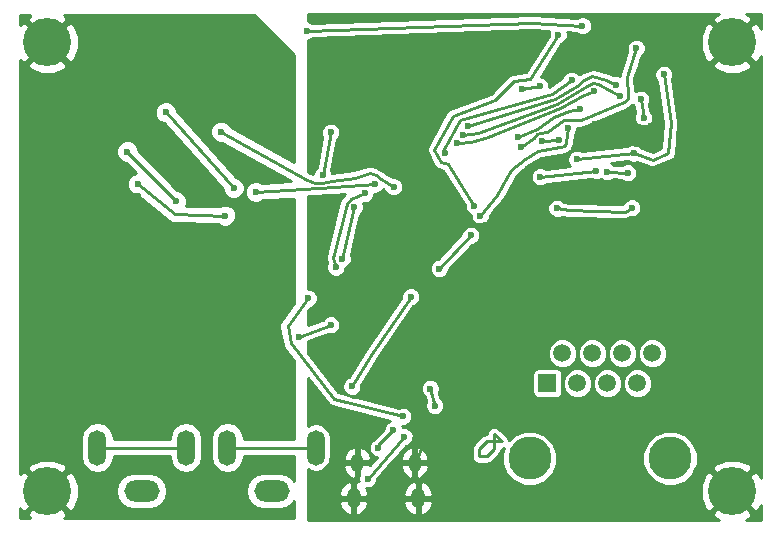
<source format=gbl>
G04 #@! TF.FileFunction,Copper,L2,Bot,Signal*
%FSLAX46Y46*%
G04 Gerber Fmt 4.6, Leading zero omitted, Abs format (unit mm)*
G04 Created by KiCad (PCBNEW 4.0.2+dfsg1-stable) date Mon 01 Oct 2018 11:39:29 PM EDT*
%MOMM*%
G01*
G04 APERTURE LIST*
%ADD10C,0.100000*%
%ADD11C,3.649980*%
%ADD12R,1.501140X1.501140*%
%ADD13C,1.501140*%
%ADD14O,3.000000X1.800000*%
%ADD15O,1.500000X3.000000*%
%ADD16O,1.100000X1.500000*%
%ADD17O,1.200000X1.700000*%
%ADD18C,4.064000*%
%ADD19C,0.600000*%
%ADD20C,0.241300*%
%ADD21C,0.254000*%
G04 APERTURE END LIST*
D10*
D11*
X171738520Y-99200000D03*
X159869100Y-99200000D03*
D12*
X161355000Y-92850000D03*
D13*
X162625000Y-90310000D03*
X163895000Y-92850000D03*
X165165000Y-90310000D03*
X166435000Y-92850000D03*
X167705000Y-90310000D03*
X168975000Y-92850000D03*
X170245000Y-90310000D03*
D14*
X138000000Y-102000000D03*
D15*
X141750000Y-98300000D03*
X134250000Y-98300000D03*
D16*
X145255000Y-99585000D03*
X150105000Y-99585000D03*
D17*
X144955000Y-102585000D03*
X150405000Y-102585000D03*
D14*
X127000000Y-102000000D03*
D15*
X130750000Y-98300000D03*
X123250000Y-98300000D03*
D18*
X119000000Y-102000000D03*
X177000000Y-102000000D03*
X119000000Y-64000000D03*
X177000000Y-64000000D03*
D19*
X142000000Y-62000000D03*
X176550000Y-73870000D03*
X154590000Y-87200000D03*
X171220000Y-78730000D03*
X145190000Y-83600000D03*
X143160000Y-77980000D03*
X178120000Y-83370000D03*
X170950000Y-62480000D03*
X160230000Y-63270000D03*
X148000000Y-66000000D03*
X166670000Y-64900000D03*
X164130000Y-66530000D03*
X169960000Y-67430000D03*
X165350000Y-70950000D03*
X165350000Y-72250000D03*
X166650000Y-70950000D03*
X170140000Y-71090000D03*
X166650000Y-72250000D03*
X170190000Y-72950000D03*
X147390000Y-93330000D03*
X147390000Y-92030000D03*
X143960000Y-90890000D03*
X148690000Y-93330000D03*
X151960000Y-91970000D03*
X143270000Y-75000000D03*
X144020000Y-71640000D03*
X130584404Y-73800000D03*
X129400000Y-72615596D03*
X128215596Y-73800000D03*
X129400000Y-74984404D03*
X126700000Y-76990000D03*
X126470000Y-86990000D03*
X137180000Y-86660000D03*
X139070000Y-84610000D03*
X129050000Y-69920000D03*
X134790000Y-76330000D03*
X140960000Y-63030000D03*
X164320000Y-62590000D03*
X171220000Y-66710000D03*
X168650000Y-73370000D03*
X163840000Y-73910000D03*
X149110000Y-95660000D03*
X141110000Y-85660000D03*
X151440000Y-93310000D03*
X151820000Y-94750000D03*
X149210000Y-97400000D03*
X146150000Y-100930000D03*
X143010000Y-87920000D03*
X140310000Y-88940000D03*
X129890000Y-77430000D03*
X125790000Y-73240000D03*
X147030000Y-98310000D03*
X148300000Y-96800000D03*
X166410000Y-74940000D03*
X168170000Y-75050000D03*
X165510000Y-74870000D03*
X160760000Y-75380000D03*
X155170000Y-77830000D03*
X162260000Y-63380000D03*
X169250000Y-68810000D03*
X169500000Y-70410000D03*
X167520000Y-68510000D03*
X154250000Y-71810000D03*
X167180000Y-67570000D03*
X154660000Y-71080000D03*
X163400000Y-67210000D03*
X152700000Y-73330000D03*
X165330000Y-68100000D03*
X153700000Y-72540000D03*
X164130000Y-69610000D03*
X158850000Y-71990000D03*
X155660000Y-78670000D03*
X163080000Y-71210000D03*
X152200000Y-83150000D03*
X154880000Y-80320000D03*
X159220000Y-67940000D03*
X160720000Y-67720000D03*
X160880000Y-72310000D03*
X162340000Y-72250000D03*
X146720000Y-76000000D03*
X136660000Y-76660000D03*
X168890000Y-64500000D03*
X159090000Y-72880000D03*
X134070000Y-78660000D03*
X126670000Y-76000000D03*
X144800000Y-93130000D03*
X149790000Y-85540000D03*
X142340000Y-75210000D03*
X143000000Y-71600000D03*
X148330000Y-76230000D03*
X133720000Y-71560000D03*
X145880000Y-76790000D03*
X143440000Y-83040000D03*
X145000000Y-77960000D03*
X143970000Y-82340000D03*
X168510000Y-78000000D03*
X162170000Y-78050000D03*
D20*
X155575000Y-99060000D02*
X155575000Y-98425000D01*
X155575000Y-98425000D02*
X156210000Y-97790000D01*
X156210000Y-97790000D02*
X157480000Y-97790000D01*
X157480000Y-97790000D02*
X156845000Y-97155000D01*
X156845000Y-97155000D02*
X156845000Y-98425000D01*
X156845000Y-98425000D02*
X156210000Y-99060000D01*
X156210000Y-99060000D02*
X155575000Y-99060000D01*
X171220000Y-78730000D02*
X176550000Y-73870000D01*
X154590000Y-87200000D02*
X170550000Y-80100000D01*
X170550000Y-80100000D02*
X171220000Y-78730000D01*
X145190000Y-83600000D02*
X145170000Y-83600000D01*
X178120000Y-83370000D02*
X178150000Y-83370000D01*
X166670000Y-64900000D02*
X168970000Y-62510000D01*
X168970000Y-62510000D02*
X170950000Y-62480000D01*
X156590000Y-79260000D02*
X155150000Y-79360000D01*
X155150000Y-79360000D02*
X152230000Y-77160000D01*
X152230000Y-77160000D02*
X144020000Y-71640000D01*
X165350000Y-72250000D02*
X163370000Y-73210000D01*
X163370000Y-73210000D02*
X161650000Y-74150000D01*
X161650000Y-74150000D02*
X159550000Y-74510000D01*
X159550000Y-74510000D02*
X158580000Y-75940000D01*
X158580000Y-75940000D02*
X156590000Y-79260000D01*
X166670000Y-64900000D02*
X164130000Y-66530000D01*
X165350000Y-72250000D02*
X166650000Y-72250000D01*
X166650000Y-70950000D02*
X165350000Y-70950000D01*
X169960000Y-67430000D02*
X170510000Y-69800000D01*
X170510000Y-69800000D02*
X170140000Y-71090000D01*
X165350000Y-70950000D02*
X164650000Y-71280000D01*
X165350000Y-72250000D02*
X165340000Y-72420000D01*
X166650000Y-70950000D02*
X170140000Y-71090000D01*
X166650000Y-72250000D02*
X170190000Y-72950000D01*
X147390000Y-93330000D02*
X148480000Y-94060000D01*
X148480000Y-94060000D02*
X150240000Y-95200000D01*
X150240000Y-95200000D02*
X151090000Y-97400000D01*
X151090000Y-97400000D02*
X150105000Y-99585000D01*
X147390000Y-92030000D02*
X145710000Y-93600000D01*
X145710000Y-93600000D02*
X144870000Y-94030000D01*
X144870000Y-94030000D02*
X143700000Y-93530000D01*
X143700000Y-93530000D02*
X143960000Y-90890000D01*
X148690000Y-93330000D02*
X151240000Y-92030000D01*
X151240000Y-92030000D02*
X151960000Y-91970000D01*
X143270000Y-75000000D02*
X144020000Y-71640000D01*
X130584404Y-73800000D02*
X130580000Y-73800000D01*
X129400000Y-72615596D02*
X129400000Y-72620000D01*
X128215596Y-73800000D02*
X128220000Y-73800000D01*
X129400000Y-74984404D02*
X129400000Y-74980000D01*
X126470000Y-86990000D02*
X126430000Y-86990000D01*
X137180000Y-86660000D02*
X139070000Y-84610000D01*
X129050000Y-69920000D02*
X134790000Y-76330000D01*
X140960000Y-63030000D02*
X160070000Y-62340000D01*
X160070000Y-62340000D02*
X164320000Y-62590000D01*
X168650000Y-73370000D02*
X170300000Y-73920000D01*
X170300000Y-73920000D02*
X171600000Y-73400000D01*
X171600000Y-73400000D02*
X171810000Y-70790000D01*
X171810000Y-70790000D02*
X171220000Y-66710000D01*
X168650000Y-73370000D02*
X163840000Y-73910000D01*
X149110000Y-95660000D02*
X143270000Y-94180000D01*
X143270000Y-94180000D02*
X139670000Y-89430000D01*
X139670000Y-89430000D02*
X139370000Y-88000000D01*
X139370000Y-88000000D02*
X141110000Y-85660000D01*
X151440000Y-93310000D02*
X151820000Y-94750000D01*
X149210000Y-97400000D02*
X146150000Y-100930000D01*
X143010000Y-87920000D02*
X140310000Y-88940000D01*
X129890000Y-77430000D02*
X125790000Y-73240000D01*
D21*
X161355000Y-92850000D02*
X161950000Y-92850000D01*
X163800000Y-92755000D02*
X163895000Y-92850000D01*
X147030000Y-98070000D02*
X147030000Y-98310000D01*
X148300000Y-96800000D02*
X147030000Y-98070000D01*
D20*
X166410000Y-74940000D02*
X168170000Y-75050000D01*
X165510000Y-74870000D02*
X160760000Y-75380000D01*
X159920000Y-67140000D02*
X162260000Y-63380000D01*
X152927547Y-74323585D02*
X155170000Y-77830000D01*
X159920000Y-67140000D02*
X158500000Y-67280000D01*
X158500000Y-67280000D02*
X156910000Y-68880000D01*
X156910000Y-68880000D02*
X153330000Y-70190000D01*
X153330000Y-70190000D02*
X151790000Y-73090000D01*
X151790000Y-73090000D02*
X152320000Y-74150000D01*
X152320000Y-74150000D02*
X152927547Y-74323585D01*
X152927547Y-74323585D02*
X152950000Y-74330000D01*
X169250000Y-68810000D02*
X169500000Y-70410000D01*
X167520000Y-68510000D02*
X165620000Y-67510000D01*
X165620000Y-67510000D02*
X165190000Y-67440000D01*
X165190000Y-67440000D02*
X164750000Y-67670000D01*
X164750000Y-67670000D02*
X162170000Y-69200000D01*
X162170000Y-69200000D02*
X155450000Y-71630000D01*
X154250000Y-71810000D02*
X155450000Y-71630000D01*
X154660000Y-71080000D02*
X161980000Y-68790000D01*
X161980000Y-68790000D02*
X163850000Y-67670000D01*
X163850000Y-67670000D02*
X164450000Y-67170000D01*
X164450000Y-67170000D02*
X165170000Y-66880000D01*
X165170000Y-66880000D02*
X166300000Y-67200000D01*
X166300000Y-67200000D02*
X167180000Y-67570000D01*
X163400000Y-67210000D02*
X161720000Y-68390000D01*
X161720000Y-68390000D02*
X153980000Y-70530000D01*
X153980000Y-70530000D02*
X152600000Y-73050000D01*
X152600000Y-73050000D02*
X152700000Y-73330000D01*
X162450000Y-69560000D02*
X163520000Y-68990000D01*
X163520000Y-68990000D02*
X164270000Y-68520000D01*
X164270000Y-68520000D02*
X165330000Y-68100000D01*
X153700000Y-72540000D02*
X154860000Y-72420000D01*
X154860000Y-72420000D02*
X156320000Y-72050000D01*
X156320000Y-72050000D02*
X162450000Y-69560000D01*
X161900000Y-70320000D02*
X160440000Y-71290000D01*
X160440000Y-71290000D02*
X158850000Y-71990000D01*
X164130000Y-69610000D02*
X163150000Y-69810000D01*
X163150000Y-69810000D02*
X161900000Y-70320000D01*
X157110000Y-76920000D02*
X155660000Y-78670000D01*
X159460000Y-73830000D02*
X158270000Y-74840000D01*
X158270000Y-74840000D02*
X157110000Y-76920000D01*
X163080000Y-71210000D02*
X162970000Y-72430000D01*
X162970000Y-72430000D02*
X162830000Y-72790000D01*
X162830000Y-72790000D02*
X160560000Y-73170000D01*
X160560000Y-73170000D02*
X159460000Y-73830000D01*
X152200000Y-83150000D02*
X154880000Y-80320000D01*
X159220000Y-67940000D02*
X160720000Y-67720000D01*
X160880000Y-72310000D02*
X162340000Y-72250000D01*
X146720000Y-76000000D02*
X143260000Y-76280000D01*
X136660000Y-76660000D02*
X143260000Y-76280000D01*
X168180000Y-68450000D02*
X168080000Y-66900000D01*
X168080000Y-66900000D02*
X168890000Y-64500000D01*
X160230000Y-72100000D02*
X160510000Y-71770000D01*
X160510000Y-71770000D02*
X160730000Y-71690000D01*
X160730000Y-71690000D02*
X161330000Y-71600000D01*
X161330000Y-71600000D02*
X162790000Y-70550000D01*
X162790000Y-70550000D02*
X164180000Y-70610000D01*
X164180000Y-70610000D02*
X167860000Y-69040000D01*
X167860000Y-69040000D02*
X168140000Y-68810000D01*
X168140000Y-68810000D02*
X168180000Y-68450000D01*
X159090000Y-72880000D02*
X160230000Y-72100000D01*
X134070000Y-78660000D02*
X129800000Y-78560000D01*
X129800000Y-78560000D02*
X126670000Y-76000000D01*
X144800000Y-93130000D02*
X146430000Y-90450000D01*
X146430000Y-90450000D02*
X149790000Y-85540000D01*
X142340000Y-75210000D02*
X143000000Y-71600000D01*
X134250000Y-98300000D02*
X141750000Y-98300000D01*
X123250000Y-98300000D02*
X130750000Y-98300000D01*
X143137255Y-75709508D02*
X145100000Y-75450000D01*
X145100000Y-75450000D02*
X146350000Y-75090000D01*
X146350000Y-75090000D02*
X146810000Y-75260000D01*
X146810000Y-75260000D02*
X147290000Y-75540000D01*
X147290000Y-75540000D02*
X148330000Y-76230000D01*
X143137255Y-75709508D02*
X142310000Y-75870000D01*
X142310000Y-75870000D02*
X141640000Y-75870000D01*
X141640000Y-75870000D02*
X141020000Y-75640000D01*
X141020000Y-75640000D02*
X133720000Y-71560000D01*
X143137255Y-75709508D02*
X143130000Y-75710000D01*
X144348890Y-77644580D02*
X144690000Y-77280000D01*
X144690000Y-77280000D02*
X145880000Y-76790000D01*
X143440000Y-83040000D02*
X143240000Y-82220000D01*
X143240000Y-82220000D02*
X144348890Y-77644580D01*
X144348890Y-77644580D02*
X144350000Y-77640000D01*
X144540000Y-79790000D02*
X145000000Y-77960000D01*
X143970000Y-82340000D02*
X144540000Y-79790000D01*
X144540000Y-79790000D02*
X144551277Y-79705512D01*
X162170000Y-78050000D02*
X163220000Y-78210000D01*
X163220000Y-78210000D02*
X167910000Y-78330000D01*
X167910000Y-78330000D02*
X168510000Y-78000000D01*
D21*
G36*
X175506154Y-61727832D02*
X175281484Y-62101879D01*
X177000000Y-63820395D01*
X178718516Y-62101879D01*
X178493846Y-61727832D01*
X178136687Y-61583000D01*
X179417000Y-61583000D01*
X179417000Y-62855808D01*
X179272168Y-62506154D01*
X178898121Y-62281484D01*
X177179605Y-64000000D01*
X178898121Y-65718516D01*
X179272168Y-65493846D01*
X179417000Y-65136687D01*
X179417000Y-100855808D01*
X179272168Y-100506154D01*
X178898121Y-100281484D01*
X177179605Y-102000000D01*
X178898121Y-103718516D01*
X179272168Y-103493846D01*
X179417000Y-103136687D01*
X179417000Y-104417000D01*
X178144192Y-104417000D01*
X178493846Y-104272168D01*
X178718516Y-103898121D01*
X177000000Y-102179605D01*
X175281484Y-103898121D01*
X175506154Y-104272168D01*
X175863313Y-104417000D01*
X141127000Y-104417000D01*
X141127000Y-102907696D01*
X143709744Y-102907696D01*
X143832353Y-103378701D01*
X144125875Y-103766933D01*
X144545624Y-104013286D01*
X144637391Y-104028462D01*
X144828000Y-103903731D01*
X144828000Y-102712000D01*
X145082000Y-102712000D01*
X145082000Y-103903731D01*
X145272609Y-104028462D01*
X145364376Y-104013286D01*
X145784125Y-103766933D01*
X146077647Y-103378701D01*
X146200256Y-102907696D01*
X149159744Y-102907696D01*
X149282353Y-103378701D01*
X149575875Y-103766933D01*
X149995624Y-104013286D01*
X150087391Y-104028462D01*
X150278000Y-103903731D01*
X150278000Y-102712000D01*
X150532000Y-102712000D01*
X150532000Y-103903731D01*
X150722609Y-104028462D01*
X150814376Y-104013286D01*
X151234125Y-103766933D01*
X151527647Y-103378701D01*
X151650256Y-102907696D01*
X151487547Y-102712000D01*
X150532000Y-102712000D01*
X150278000Y-102712000D01*
X149322453Y-102712000D01*
X149159744Y-102907696D01*
X146200256Y-102907696D01*
X146037547Y-102712000D01*
X145082000Y-102712000D01*
X144828000Y-102712000D01*
X143872453Y-102712000D01*
X143709744Y-102907696D01*
X141127000Y-102907696D01*
X141127000Y-102262304D01*
X143709744Y-102262304D01*
X143872453Y-102458000D01*
X144828000Y-102458000D01*
X144828000Y-101266269D01*
X144637391Y-101141538D01*
X144545624Y-101156714D01*
X144125875Y-101403067D01*
X143832353Y-101791299D01*
X143709744Y-102262304D01*
X141127000Y-102262304D01*
X141127000Y-100156976D01*
X141268584Y-100251579D01*
X141750000Y-100347339D01*
X142231416Y-100251579D01*
X142639540Y-99978879D01*
X142692991Y-99898883D01*
X144069320Y-99898883D01*
X144203156Y-100343954D01*
X144497125Y-100703929D01*
X144906474Y-100924006D01*
X144945256Y-100928803D01*
X145128000Y-100803361D01*
X145128000Y-99712000D01*
X144224852Y-99712000D01*
X144069320Y-99898883D01*
X142692991Y-99898883D01*
X142912240Y-99570755D01*
X142971841Y-99271117D01*
X144069320Y-99271117D01*
X144224852Y-99458000D01*
X145128000Y-99458000D01*
X145128000Y-98366639D01*
X145382000Y-98366639D01*
X145382000Y-99458000D01*
X146285148Y-99458000D01*
X146440680Y-99271117D01*
X146306844Y-98826046D01*
X146012875Y-98466071D01*
X145603526Y-98245994D01*
X145564744Y-98241197D01*
X145382000Y-98366639D01*
X145128000Y-98366639D01*
X144945256Y-98241197D01*
X144906474Y-98245994D01*
X144497125Y-98466071D01*
X144203156Y-98826046D01*
X144069320Y-99271117D01*
X142971841Y-99271117D01*
X143008000Y-99089339D01*
X143008000Y-97510661D01*
X142912240Y-97029245D01*
X142639540Y-96621121D01*
X142231416Y-96348421D01*
X141750000Y-96252661D01*
X141268584Y-96348421D01*
X141127000Y-96443024D01*
X141127000Y-92393209D01*
X142768985Y-94559717D01*
X142835013Y-94618322D01*
X142894120Y-94683900D01*
X142926013Y-94699092D01*
X142952434Y-94722543D01*
X143035866Y-94751421D01*
X143115567Y-94789386D01*
X148033720Y-96035767D01*
X147842903Y-96114611D01*
X147615410Y-96341707D01*
X147492140Y-96638574D01*
X147492078Y-96709896D01*
X146580987Y-97620987D01*
X146580725Y-97621379D01*
X146572903Y-97624611D01*
X146345410Y-97851707D01*
X146222140Y-98148574D01*
X146221860Y-98470016D01*
X146344611Y-98767097D01*
X146571707Y-98994590D01*
X146868574Y-99117860D01*
X146888881Y-99117878D01*
X146328602Y-99764213D01*
X146285148Y-99712000D01*
X145382000Y-99712000D01*
X145382000Y-100672581D01*
X145342140Y-100768574D01*
X145341860Y-101090016D01*
X145371033Y-101160621D01*
X145364376Y-101156714D01*
X145272609Y-101141538D01*
X145082000Y-101266269D01*
X145082000Y-102458000D01*
X146037547Y-102458000D01*
X146200256Y-102262304D01*
X149159744Y-102262304D01*
X149322453Y-102458000D01*
X150278000Y-102458000D01*
X150278000Y-101266269D01*
X150532000Y-101266269D01*
X150532000Y-102458000D01*
X151487547Y-102458000D01*
X151650256Y-102262304D01*
X151527647Y-101791299D01*
X151234125Y-101403067D01*
X150814376Y-101156714D01*
X150722609Y-101141538D01*
X150532000Y-101266269D01*
X150278000Y-101266269D01*
X150087391Y-101141538D01*
X149995624Y-101156714D01*
X149575875Y-101403067D01*
X149282353Y-101791299D01*
X149159744Y-102262304D01*
X146200256Y-102262304D01*
X146077647Y-101791299D01*
X146037277Y-101737902D01*
X146310016Y-101738140D01*
X146607097Y-101615389D01*
X146834590Y-101388293D01*
X146957860Y-101091426D01*
X146957977Y-100957676D01*
X147875797Y-99898883D01*
X148919320Y-99898883D01*
X149053156Y-100343954D01*
X149347125Y-100703929D01*
X149756474Y-100924006D01*
X149795256Y-100928803D01*
X149978000Y-100803361D01*
X149978000Y-99712000D01*
X150232000Y-99712000D01*
X150232000Y-100803361D01*
X150414744Y-100928803D01*
X150453526Y-100924006D01*
X150862875Y-100703929D01*
X151156844Y-100343954D01*
X151290680Y-99898883D01*
X151135148Y-99712000D01*
X150232000Y-99712000D01*
X149978000Y-99712000D01*
X149074852Y-99712000D01*
X148919320Y-99898883D01*
X147875797Y-99898883D01*
X148419979Y-99271117D01*
X148919320Y-99271117D01*
X149074852Y-99458000D01*
X149978000Y-99458000D01*
X149978000Y-98366639D01*
X150232000Y-98366639D01*
X150232000Y-99458000D01*
X151135148Y-99458000D01*
X151290680Y-99271117D01*
X151156844Y-98826046D01*
X150862875Y-98466071D01*
X150786482Y-98425000D01*
X154946350Y-98425000D01*
X154946350Y-99060000D01*
X154994203Y-99300574D01*
X155130477Y-99504523D01*
X155334426Y-99640797D01*
X155575000Y-99688650D01*
X156210000Y-99688650D01*
X156450574Y-99640797D01*
X156654523Y-99504523D01*
X157289520Y-98869525D01*
X157289523Y-98869523D01*
X157425797Y-98665574D01*
X157435762Y-98615477D01*
X157473651Y-98425000D01*
X157473650Y-98424995D01*
X157473650Y-98418650D01*
X157479995Y-98418650D01*
X157480000Y-98418651D01*
X157684295Y-98378014D01*
X157536516Y-98733904D01*
X157535706Y-99662024D01*
X157890134Y-100519806D01*
X158545842Y-101176659D01*
X159403004Y-101532584D01*
X160331124Y-101533394D01*
X161188906Y-101178966D01*
X161845759Y-100523258D01*
X162201684Y-99666096D01*
X162201687Y-99662024D01*
X169405126Y-99662024D01*
X169759554Y-100519806D01*
X170415262Y-101176659D01*
X171272424Y-101532584D01*
X172200544Y-101533394D01*
X172307046Y-101489388D01*
X174329120Y-101489388D01*
X174337025Y-102550357D01*
X174727832Y-103493846D01*
X175101879Y-103718516D01*
X176820395Y-102000000D01*
X175101879Y-100281484D01*
X174727832Y-100506154D01*
X174329120Y-101489388D01*
X172307046Y-101489388D01*
X173058326Y-101178966D01*
X173715179Y-100523258D01*
X173890150Y-100101879D01*
X175281484Y-100101879D01*
X177000000Y-101820395D01*
X178718516Y-100101879D01*
X178493846Y-99727832D01*
X177510612Y-99329120D01*
X176449643Y-99337025D01*
X175506154Y-99727832D01*
X175281484Y-100101879D01*
X173890150Y-100101879D01*
X174071104Y-99666096D01*
X174071914Y-98737976D01*
X173717486Y-97880194D01*
X173061778Y-97223341D01*
X172204616Y-96867416D01*
X171276496Y-96866606D01*
X170418714Y-97221034D01*
X169761861Y-97876742D01*
X169405936Y-98733904D01*
X169405126Y-99662024D01*
X162201687Y-99662024D01*
X162202494Y-98737976D01*
X161848066Y-97880194D01*
X161192358Y-97223341D01*
X160335196Y-96867416D01*
X159407076Y-96866606D01*
X158549294Y-97221034D01*
X158087227Y-97682296D01*
X158060797Y-97549426D01*
X158034895Y-97510661D01*
X157924523Y-97345477D01*
X157924520Y-97345475D01*
X157289523Y-96710477D01*
X157085574Y-96574203D01*
X156845000Y-96526350D01*
X156604426Y-96574203D01*
X156400477Y-96710477D01*
X156264203Y-96914426D01*
X156216350Y-97155000D01*
X156216350Y-97161350D01*
X156210005Y-97161350D01*
X156210000Y-97161349D01*
X155969426Y-97209203D01*
X155765477Y-97345477D01*
X155765475Y-97345480D01*
X155130477Y-97980477D01*
X154994203Y-98184426D01*
X154946350Y-98425000D01*
X150786482Y-98425000D01*
X150453526Y-98245994D01*
X150414744Y-98241197D01*
X150232000Y-98366639D01*
X149978000Y-98366639D01*
X149795256Y-98241197D01*
X149756474Y-98245994D01*
X149347125Y-98466071D01*
X149053156Y-98826046D01*
X148919320Y-99271117D01*
X148419979Y-99271117D01*
X149341449Y-98208115D01*
X149370016Y-98208140D01*
X149667097Y-98085389D01*
X149894590Y-97858293D01*
X150017860Y-97561426D01*
X150018140Y-97239984D01*
X149895389Y-96942903D01*
X149668293Y-96715410D01*
X149371426Y-96592140D01*
X149088269Y-96591893D01*
X149037052Y-96467937D01*
X149270016Y-96468140D01*
X149567097Y-96345389D01*
X149794590Y-96118293D01*
X149917860Y-95821426D01*
X149918140Y-95499984D01*
X149795389Y-95202903D01*
X149568293Y-94975410D01*
X149271426Y-94852140D01*
X148949984Y-94851860D01*
X148771373Y-94925660D01*
X144874376Y-93938065D01*
X144960016Y-93938140D01*
X145257097Y-93815389D01*
X145484590Y-93588293D01*
X145533702Y-93470016D01*
X150631860Y-93470016D01*
X150754611Y-93767097D01*
X150966453Y-93979309D01*
X151082510Y-94419105D01*
X151012140Y-94588574D01*
X151011860Y-94910016D01*
X151134611Y-95207097D01*
X151361707Y-95434590D01*
X151658574Y-95557860D01*
X151980016Y-95558140D01*
X152277097Y-95435389D01*
X152504590Y-95208293D01*
X152627860Y-94911426D01*
X152628140Y-94589984D01*
X152505389Y-94292903D01*
X152293547Y-94080691D01*
X152177490Y-93640895D01*
X152247860Y-93471426D01*
X152248140Y-93149984D01*
X152125389Y-92852903D01*
X151898293Y-92625410D01*
X151601426Y-92502140D01*
X151279984Y-92501860D01*
X150982903Y-92624611D01*
X150755410Y-92851707D01*
X150632140Y-93148574D01*
X150631860Y-93470016D01*
X145533702Y-93470016D01*
X145607860Y-93291426D01*
X145608104Y-93011110D01*
X146162595Y-92099430D01*
X160086478Y-92099430D01*
X160086478Y-93600570D01*
X160121900Y-93788823D01*
X160233158Y-93961723D01*
X160402918Y-94077715D01*
X160604430Y-94118522D01*
X162105570Y-94118522D01*
X162293823Y-94083100D01*
X162466723Y-93971842D01*
X162582715Y-93802082D01*
X162623522Y-93600570D01*
X162623522Y-93099247D01*
X162636212Y-93099247D01*
X162827414Y-93561991D01*
X163181146Y-93916342D01*
X163643557Y-94108351D01*
X164144247Y-94108788D01*
X164606991Y-93917586D01*
X164961342Y-93563854D01*
X165153351Y-93101443D01*
X165153352Y-93099247D01*
X165176212Y-93099247D01*
X165367414Y-93561991D01*
X165721146Y-93916342D01*
X166183557Y-94108351D01*
X166684247Y-94108788D01*
X167146991Y-93917586D01*
X167501342Y-93563854D01*
X167693351Y-93101443D01*
X167693352Y-93099247D01*
X167716212Y-93099247D01*
X167907414Y-93561991D01*
X168261146Y-93916342D01*
X168723557Y-94108351D01*
X169224247Y-94108788D01*
X169686991Y-93917586D01*
X170041342Y-93563854D01*
X170233351Y-93101443D01*
X170233788Y-92600753D01*
X170042586Y-92138009D01*
X169688854Y-91783658D01*
X169226443Y-91591649D01*
X168725753Y-91591212D01*
X168263009Y-91782414D01*
X167908658Y-92136146D01*
X167716649Y-92598557D01*
X167716212Y-93099247D01*
X167693352Y-93099247D01*
X167693788Y-92600753D01*
X167502586Y-92138009D01*
X167148854Y-91783658D01*
X166686443Y-91591649D01*
X166185753Y-91591212D01*
X165723009Y-91782414D01*
X165368658Y-92136146D01*
X165176649Y-92598557D01*
X165176212Y-93099247D01*
X165153352Y-93099247D01*
X165153788Y-92600753D01*
X164962586Y-92138009D01*
X164608854Y-91783658D01*
X164146443Y-91591649D01*
X163645753Y-91591212D01*
X163183009Y-91782414D01*
X162828658Y-92136146D01*
X162636649Y-92598557D01*
X162636212Y-93099247D01*
X162623522Y-93099247D01*
X162623522Y-92099430D01*
X162588100Y-91911177D01*
X162476842Y-91738277D01*
X162307082Y-91622285D01*
X162105570Y-91581478D01*
X160604430Y-91581478D01*
X160416177Y-91616900D01*
X160243277Y-91728158D01*
X160127285Y-91897918D01*
X160086478Y-92099430D01*
X146162595Y-92099430D01*
X146958343Y-90791085D01*
X147116993Y-90559247D01*
X161366212Y-90559247D01*
X161557414Y-91021991D01*
X161911146Y-91376342D01*
X162373557Y-91568351D01*
X162874247Y-91568788D01*
X163336991Y-91377586D01*
X163691342Y-91023854D01*
X163883351Y-90561443D01*
X163883352Y-90559247D01*
X163906212Y-90559247D01*
X164097414Y-91021991D01*
X164451146Y-91376342D01*
X164913557Y-91568351D01*
X165414247Y-91568788D01*
X165876991Y-91377586D01*
X166231342Y-91023854D01*
X166423351Y-90561443D01*
X166423352Y-90559247D01*
X166446212Y-90559247D01*
X166637414Y-91021991D01*
X166991146Y-91376342D01*
X167453557Y-91568351D01*
X167954247Y-91568788D01*
X168416991Y-91377586D01*
X168771342Y-91023854D01*
X168963351Y-90561443D01*
X168963352Y-90559247D01*
X168986212Y-90559247D01*
X169177414Y-91021991D01*
X169531146Y-91376342D01*
X169993557Y-91568351D01*
X170494247Y-91568788D01*
X170956991Y-91377586D01*
X171311342Y-91023854D01*
X171503351Y-90561443D01*
X171503788Y-90060753D01*
X171312586Y-89598009D01*
X170958854Y-89243658D01*
X170496443Y-89051649D01*
X169995753Y-89051212D01*
X169533009Y-89242414D01*
X169178658Y-89596146D01*
X168986649Y-90058557D01*
X168986212Y-90559247D01*
X168963352Y-90559247D01*
X168963788Y-90060753D01*
X168772586Y-89598009D01*
X168418854Y-89243658D01*
X167956443Y-89051649D01*
X167455753Y-89051212D01*
X166993009Y-89242414D01*
X166638658Y-89596146D01*
X166446649Y-90058557D01*
X166446212Y-90559247D01*
X166423352Y-90559247D01*
X166423788Y-90060753D01*
X166232586Y-89598009D01*
X165878854Y-89243658D01*
X165416443Y-89051649D01*
X164915753Y-89051212D01*
X164453009Y-89242414D01*
X164098658Y-89596146D01*
X163906649Y-90058557D01*
X163906212Y-90559247D01*
X163883352Y-90559247D01*
X163883788Y-90060753D01*
X163692586Y-89598009D01*
X163338854Y-89243658D01*
X162876443Y-89051649D01*
X162375753Y-89051212D01*
X161913009Y-89242414D01*
X161558658Y-89596146D01*
X161366649Y-90058557D01*
X161366212Y-90559247D01*
X147116993Y-90559247D01*
X150017934Y-86320077D01*
X150247097Y-86225389D01*
X150474590Y-85998293D01*
X150597860Y-85701426D01*
X150598140Y-85379984D01*
X150475389Y-85082903D01*
X150248293Y-84855410D01*
X149951426Y-84732140D01*
X149629984Y-84731860D01*
X149332903Y-84854611D01*
X149105410Y-85081707D01*
X148982140Y-85378574D01*
X148981940Y-85607666D01*
X145911197Y-90094974D01*
X145904472Y-90110715D01*
X145892892Y-90123326D01*
X144527441Y-92368362D01*
X144342903Y-92444611D01*
X144115410Y-92671707D01*
X143992140Y-92968574D01*
X143991860Y-93290016D01*
X144114611Y-93587097D01*
X144326318Y-93799174D01*
X143637962Y-93624727D01*
X141127000Y-90311653D01*
X141127000Y-89303370D01*
X142754171Y-88688660D01*
X142848574Y-88727860D01*
X143170016Y-88728140D01*
X143467097Y-88605389D01*
X143694590Y-88378293D01*
X143817860Y-88081426D01*
X143818140Y-87759984D01*
X143695389Y-87462903D01*
X143468293Y-87235410D01*
X143171426Y-87112140D01*
X142849984Y-87111860D01*
X142552903Y-87234611D01*
X142325410Y-87461707D01*
X142303296Y-87514964D01*
X141127000Y-87959342D01*
X141127000Y-86690678D01*
X141302438Y-86454744D01*
X141567097Y-86345389D01*
X141794590Y-86118293D01*
X141917860Y-85821426D01*
X141918140Y-85499984D01*
X141795389Y-85202903D01*
X141568293Y-84975410D01*
X141271426Y-84852140D01*
X141127000Y-84852014D01*
X141127000Y-77032501D01*
X143296135Y-76907611D01*
X143303327Y-76905745D01*
X143310708Y-76906602D01*
X144252685Y-76830373D01*
X144246408Y-76834548D01*
X144240117Y-76843921D01*
X144230947Y-76850499D01*
X143889837Y-77215079D01*
X143874643Y-77239541D01*
X143842209Y-77269394D01*
X143801315Y-77357600D01*
X143760417Y-77423445D01*
X143754710Y-77458122D01*
X143739037Y-77491928D01*
X142629037Y-82071928D01*
X142627927Y-82098714D01*
X142618738Y-82123901D01*
X142622881Y-82220450D01*
X142618879Y-82317005D01*
X142628105Y-82342179D01*
X142629254Y-82368963D01*
X142708624Y-82694380D01*
X142632140Y-82878574D01*
X142631860Y-83200016D01*
X142754611Y-83497097D01*
X142981707Y-83724590D01*
X143278574Y-83847860D01*
X143600016Y-83848140D01*
X143897097Y-83725389D01*
X144124590Y-83498293D01*
X144202769Y-83310016D01*
X151391860Y-83310016D01*
X151514611Y-83607097D01*
X151741707Y-83834590D01*
X152038574Y-83957860D01*
X152360016Y-83958140D01*
X152657097Y-83835389D01*
X152884590Y-83608293D01*
X153007860Y-83311426D01*
X153007947Y-83211096D01*
X154980548Y-81128088D01*
X155040016Y-81128140D01*
X155337097Y-81005389D01*
X155564590Y-80778293D01*
X155687860Y-80481426D01*
X155688140Y-80159984D01*
X155565389Y-79862903D01*
X155338293Y-79635410D01*
X155041426Y-79512140D01*
X154719984Y-79511860D01*
X154422903Y-79634611D01*
X154195410Y-79861707D01*
X154072140Y-80158574D01*
X154072053Y-80258904D01*
X152099452Y-82341912D01*
X152039984Y-82341860D01*
X151742903Y-82464611D01*
X151515410Y-82691707D01*
X151392140Y-82988574D01*
X151391860Y-83310016D01*
X144202769Y-83310016D01*
X144247860Y-83201426D01*
X144247949Y-83099411D01*
X144427097Y-83025389D01*
X144654590Y-82798293D01*
X144777860Y-82501426D01*
X144778140Y-82179984D01*
X144694942Y-81978628D01*
X145151703Y-79935221D01*
X145482230Y-78620300D01*
X145684590Y-78418293D01*
X145807860Y-78121426D01*
X145808140Y-77799984D01*
X145724626Y-77597865D01*
X146040016Y-77598140D01*
X146337097Y-77475389D01*
X146564590Y-77248293D01*
X146687860Y-76951426D01*
X146687985Y-76807973D01*
X146880016Y-76808140D01*
X147177097Y-76685389D01*
X147404590Y-76458293D01*
X147433186Y-76389426D01*
X147555013Y-76470254D01*
X147644611Y-76687097D01*
X147871707Y-76914590D01*
X148168574Y-77037860D01*
X148490016Y-77038140D01*
X148787097Y-76915389D01*
X149014590Y-76688293D01*
X149137860Y-76391426D01*
X149138140Y-76069984D01*
X149015389Y-75772903D01*
X148788293Y-75545410D01*
X148491426Y-75422140D01*
X148249146Y-75421929D01*
X147637549Y-75016158D01*
X147620533Y-75009175D01*
X147606759Y-74996986D01*
X147126759Y-74716985D01*
X147074778Y-74699080D01*
X147027922Y-74670330D01*
X146567922Y-74500330D01*
X146492859Y-74488397D01*
X146420441Y-74465309D01*
X146372846Y-74469319D01*
X146325676Y-74461821D01*
X146251760Y-74479522D01*
X146176020Y-74485904D01*
X144971094Y-74832923D01*
X143148119Y-75073951D01*
X143148140Y-75049984D01*
X143051213Y-74815401D01*
X143526414Y-72216193D01*
X143684590Y-72058293D01*
X143807860Y-71761426D01*
X143808140Y-71439984D01*
X143685389Y-71142903D01*
X143458293Y-70915410D01*
X143161426Y-70792140D01*
X142839984Y-70791860D01*
X142542903Y-70914611D01*
X142315410Y-71141707D01*
X142192140Y-71438574D01*
X142191860Y-71760016D01*
X142288787Y-71994598D01*
X141813586Y-74593807D01*
X141655410Y-74751707D01*
X141532140Y-75048574D01*
X141532043Y-75159439D01*
X141284248Y-75067515D01*
X141127000Y-74979628D01*
X141127000Y-63835254D01*
X141417097Y-63715389D01*
X141492796Y-63639823D01*
X160062874Y-62969317D01*
X161520048Y-63055033D01*
X161452140Y-63218574D01*
X161451905Y-63488697D01*
X159549979Y-66544783D01*
X158438319Y-66654383D01*
X158349047Y-66681473D01*
X158257607Y-66699960D01*
X158232529Y-66716831D01*
X158203601Y-66725609D01*
X158131487Y-66784804D01*
X158054086Y-66836873D01*
X156562654Y-68337685D01*
X153113972Y-69599633D01*
X153023348Y-69654839D01*
X152929874Y-69705128D01*
X152919074Y-69718360D01*
X152904493Y-69727243D01*
X152841884Y-69812940D01*
X152774780Y-69895159D01*
X151234780Y-72795159D01*
X151219652Y-72845518D01*
X151193610Y-72891203D01*
X151184702Y-72961866D01*
X151164212Y-73030076D01*
X151169508Y-73082393D01*
X151162931Y-73134564D01*
X151181742Y-73203255D01*
X151188915Y-73274116D01*
X151213829Y-73320425D01*
X151227718Y-73371141D01*
X151757718Y-74431141D01*
X151766221Y-74442097D01*
X151770461Y-74455300D01*
X151841125Y-74538610D01*
X151908107Y-74624916D01*
X151920155Y-74631784D01*
X151929125Y-74642359D01*
X152026289Y-74692285D01*
X152121203Y-74746390D01*
X152134962Y-74748125D01*
X152147296Y-74754462D01*
X152526108Y-74862694D01*
X154362083Y-77733520D01*
X154361860Y-77990016D01*
X154484611Y-78287097D01*
X154711707Y-78514590D01*
X154852084Y-78572880D01*
X154851860Y-78830016D01*
X154974611Y-79127097D01*
X155201707Y-79354590D01*
X155498574Y-79477860D01*
X155820016Y-79478140D01*
X156117097Y-79355389D01*
X156344590Y-79128293D01*
X156467860Y-78831426D01*
X156467992Y-78680155D01*
X156857535Y-78210016D01*
X161361860Y-78210016D01*
X161484611Y-78507097D01*
X161711707Y-78734590D01*
X162008574Y-78857860D01*
X162330016Y-78858140D01*
X162591433Y-78750125D01*
X163125299Y-78831476D01*
X163165078Y-78829680D01*
X163203920Y-78838444D01*
X167893920Y-78958444D01*
X167936275Y-78951140D01*
X167979102Y-78954841D01*
X168056080Y-78930480D01*
X168135640Y-78916760D01*
X168171979Y-78893802D01*
X168212958Y-78880833D01*
X168346900Y-78807165D01*
X168348574Y-78807860D01*
X168670016Y-78808140D01*
X168967097Y-78685389D01*
X169194590Y-78458293D01*
X169317860Y-78161426D01*
X169318140Y-77839984D01*
X169195389Y-77542903D01*
X168968293Y-77315410D01*
X168671426Y-77192140D01*
X168349984Y-77191860D01*
X168052903Y-77314611D01*
X167825410Y-77541707D01*
X167762256Y-77693799D01*
X167756062Y-77697206D01*
X163275612Y-77582567D01*
X162767830Y-77505191D01*
X162628293Y-77365410D01*
X162331426Y-77242140D01*
X162009984Y-77241860D01*
X161712903Y-77364611D01*
X161485410Y-77591707D01*
X161362140Y-77888574D01*
X161361860Y-78210016D01*
X156857535Y-78210016D01*
X157594074Y-77321090D01*
X157621570Y-77270226D01*
X157659040Y-77226195D01*
X158599409Y-75540016D01*
X159951860Y-75540016D01*
X160074611Y-75837097D01*
X160301707Y-76064590D01*
X160598574Y-76187860D01*
X160920016Y-76188140D01*
X161217097Y-76065389D01*
X161331819Y-75950867D01*
X165048894Y-75551772D01*
X165051707Y-75554590D01*
X165348574Y-75677860D01*
X165670016Y-75678140D01*
X165907294Y-75580099D01*
X165951707Y-75624590D01*
X166248574Y-75747860D01*
X166570016Y-75748140D01*
X166867097Y-75625389D01*
X166892497Y-75600033D01*
X167622959Y-75645687D01*
X167711707Y-75734590D01*
X168008574Y-75857860D01*
X168330016Y-75858140D01*
X168627097Y-75735389D01*
X168854590Y-75508293D01*
X168977860Y-75211426D01*
X168978140Y-74889984D01*
X168855389Y-74592903D01*
X168628293Y-74365410D01*
X168331426Y-74242140D01*
X168009984Y-74241860D01*
X167712903Y-74364611D01*
X167687503Y-74389967D01*
X166957041Y-74344313D01*
X166868293Y-74255410D01*
X166768226Y-74213858D01*
X168191222Y-74054104D01*
X168191707Y-74054590D01*
X168488574Y-74177860D01*
X168810016Y-74178140D01*
X168933449Y-74127139D01*
X170101204Y-74516390D01*
X170197441Y-74528522D01*
X170292335Y-74548603D01*
X170318328Y-74543761D01*
X170344565Y-74547069D01*
X170438124Y-74521448D01*
X170533475Y-74503687D01*
X171833475Y-73983687D01*
X171918668Y-73928253D01*
X172007440Y-73878742D01*
X172020896Y-73861735D01*
X172039070Y-73849909D01*
X172096565Y-73766093D01*
X172159632Y-73686379D01*
X172165554Y-73665519D01*
X172177821Y-73647637D01*
X172198866Y-73548190D01*
X172226625Y-73450418D01*
X172436625Y-70840418D01*
X172428463Y-70770411D01*
X172432178Y-70700029D01*
X171917104Y-67138157D01*
X172027860Y-66871426D01*
X172028140Y-66549984D01*
X171905389Y-66252903D01*
X171678293Y-66025410D01*
X171381426Y-65902140D01*
X171059984Y-65901860D01*
X170762903Y-66024611D01*
X170535410Y-66251707D01*
X170412140Y-66548574D01*
X170411860Y-66870016D01*
X170534611Y-67167097D01*
X170670612Y-67303336D01*
X171177707Y-70810025D01*
X171004635Y-72961069D01*
X170280335Y-73250789D01*
X169346365Y-72939466D01*
X169335389Y-72912903D01*
X169108293Y-72685410D01*
X168811426Y-72562140D01*
X168489984Y-72561860D01*
X168192903Y-72684611D01*
X168075400Y-72801909D01*
X164298778Y-73225896D01*
X164298293Y-73225410D01*
X164001426Y-73102140D01*
X163679984Y-73101860D01*
X163382903Y-73224611D01*
X163155410Y-73451707D01*
X163032140Y-73748574D01*
X163031860Y-74070016D01*
X163154611Y-74367097D01*
X163265992Y-74478673D01*
X161221107Y-74698229D01*
X161218293Y-74695410D01*
X160921426Y-74572140D01*
X160599984Y-74571860D01*
X160302903Y-74694611D01*
X160075410Y-74921707D01*
X159952140Y-75218574D01*
X159951860Y-75540016D01*
X158599409Y-75540016D01*
X158763591Y-75245622D01*
X159827559Y-74342590D01*
X160781284Y-73770355D01*
X162933792Y-73410023D01*
X163006878Y-73382329D01*
X163083182Y-73365413D01*
X163120529Y-73339263D01*
X163163164Y-73323107D01*
X163220088Y-73269552D01*
X163284110Y-73224724D01*
X163308608Y-73186271D01*
X163341814Y-73155030D01*
X163373909Y-73083772D01*
X163415905Y-73017852D01*
X163555905Y-72657852D01*
X163571216Y-72571025D01*
X163596110Y-72486453D01*
X163660511Y-71772191D01*
X163764590Y-71668293D01*
X163887860Y-71371426D01*
X163887986Y-71226630D01*
X164152889Y-71238065D01*
X164169808Y-71235452D01*
X164186633Y-71238615D01*
X164290462Y-71216821D01*
X164395303Y-71200631D01*
X164409934Y-71191743D01*
X164426689Y-71188226D01*
X168106688Y-69618226D01*
X168180352Y-69567873D01*
X168259029Y-69525774D01*
X168539029Y-69295775D01*
X168563918Y-69265420D01*
X168564611Y-69267097D01*
X168707511Y-69410246D01*
X168798483Y-69992471D01*
X168692140Y-70248574D01*
X168691860Y-70570016D01*
X168814611Y-70867097D01*
X169041707Y-71094590D01*
X169338574Y-71217860D01*
X169660016Y-71218140D01*
X169957097Y-71095389D01*
X170184590Y-70868293D01*
X170307860Y-70571426D01*
X170308140Y-70249984D01*
X170185389Y-69952903D01*
X170042489Y-69809754D01*
X169951517Y-69227529D01*
X170057860Y-68971426D01*
X170058140Y-68649984D01*
X169935389Y-68352903D01*
X169708293Y-68125410D01*
X169411426Y-68002140D01*
X169089984Y-68001860D01*
X168792903Y-68124611D01*
X168789203Y-68128305D01*
X168715338Y-66983407D01*
X169081622Y-65898121D01*
X175281484Y-65898121D01*
X175506154Y-66272168D01*
X176489388Y-66670880D01*
X177550357Y-66662975D01*
X178493846Y-66272168D01*
X178718516Y-65898121D01*
X177000000Y-64179605D01*
X175281484Y-65898121D01*
X169081622Y-65898121D01*
X169318130Y-65197358D01*
X169347097Y-65185389D01*
X169574590Y-64958293D01*
X169697860Y-64661426D01*
X169698140Y-64339984D01*
X169575389Y-64042903D01*
X169348293Y-63815410D01*
X169051426Y-63692140D01*
X168729984Y-63691860D01*
X168432903Y-63814611D01*
X168205410Y-64041707D01*
X168082140Y-64338574D01*
X168081860Y-64660016D01*
X168131753Y-64780767D01*
X167484359Y-66698971D01*
X167469262Y-66815222D01*
X167341426Y-66762140D01*
X167019984Y-66761860D01*
X166949326Y-66791055D01*
X166543658Y-66620490D01*
X166505746Y-66612739D01*
X166471289Y-66595136D01*
X165341289Y-66275136D01*
X165257978Y-66268489D01*
X165176161Y-66251380D01*
X165136753Y-66258818D01*
X165096779Y-66255629D01*
X165017262Y-66281371D01*
X164935130Y-66296873D01*
X164215130Y-66586873D01*
X164133361Y-66640357D01*
X164047548Y-66687058D01*
X164032324Y-66699745D01*
X163858293Y-66525410D01*
X163561426Y-66402140D01*
X163239984Y-66401860D01*
X162942903Y-66524611D01*
X162715410Y-66751707D01*
X162615221Y-66992989D01*
X161527969Y-67756655D01*
X161528140Y-67559984D01*
X161405389Y-67262903D01*
X161178293Y-67035410D01*
X160881426Y-66912140D01*
X160802298Y-66912071D01*
X162524337Y-64145036D01*
X162717097Y-64065389D01*
X162944590Y-63838293D01*
X163067860Y-63541426D01*
X163067905Y-63489388D01*
X174329120Y-63489388D01*
X174337025Y-64550357D01*
X174727832Y-65493846D01*
X175101879Y-65718516D01*
X176820395Y-64000000D01*
X175101879Y-62281484D01*
X174727832Y-62506154D01*
X174329120Y-63489388D01*
X163067905Y-63489388D01*
X163068140Y-63219984D01*
X163036850Y-63144257D01*
X163774943Y-63187674D01*
X163861707Y-63274590D01*
X164158574Y-63397860D01*
X164480016Y-63398140D01*
X164777097Y-63275389D01*
X165004590Y-63048293D01*
X165127860Y-62751426D01*
X165128140Y-62429984D01*
X165005389Y-62132903D01*
X164778293Y-61905410D01*
X164481426Y-61782140D01*
X164159984Y-61781860D01*
X163862903Y-61904611D01*
X163835692Y-61931775D01*
X160106916Y-61712435D01*
X160077067Y-61716568D01*
X160047317Y-61711759D01*
X141455854Y-62383036D01*
X141418293Y-62345410D01*
X141127000Y-62224455D01*
X141127000Y-61583000D01*
X175855808Y-61583000D01*
X175506154Y-61727832D01*
X175506154Y-61727832D01*
G37*
X175506154Y-61727832D02*
X175281484Y-62101879D01*
X177000000Y-63820395D01*
X178718516Y-62101879D01*
X178493846Y-61727832D01*
X178136687Y-61583000D01*
X179417000Y-61583000D01*
X179417000Y-62855808D01*
X179272168Y-62506154D01*
X178898121Y-62281484D01*
X177179605Y-64000000D01*
X178898121Y-65718516D01*
X179272168Y-65493846D01*
X179417000Y-65136687D01*
X179417000Y-100855808D01*
X179272168Y-100506154D01*
X178898121Y-100281484D01*
X177179605Y-102000000D01*
X178898121Y-103718516D01*
X179272168Y-103493846D01*
X179417000Y-103136687D01*
X179417000Y-104417000D01*
X178144192Y-104417000D01*
X178493846Y-104272168D01*
X178718516Y-103898121D01*
X177000000Y-102179605D01*
X175281484Y-103898121D01*
X175506154Y-104272168D01*
X175863313Y-104417000D01*
X141127000Y-104417000D01*
X141127000Y-102907696D01*
X143709744Y-102907696D01*
X143832353Y-103378701D01*
X144125875Y-103766933D01*
X144545624Y-104013286D01*
X144637391Y-104028462D01*
X144828000Y-103903731D01*
X144828000Y-102712000D01*
X145082000Y-102712000D01*
X145082000Y-103903731D01*
X145272609Y-104028462D01*
X145364376Y-104013286D01*
X145784125Y-103766933D01*
X146077647Y-103378701D01*
X146200256Y-102907696D01*
X149159744Y-102907696D01*
X149282353Y-103378701D01*
X149575875Y-103766933D01*
X149995624Y-104013286D01*
X150087391Y-104028462D01*
X150278000Y-103903731D01*
X150278000Y-102712000D01*
X150532000Y-102712000D01*
X150532000Y-103903731D01*
X150722609Y-104028462D01*
X150814376Y-104013286D01*
X151234125Y-103766933D01*
X151527647Y-103378701D01*
X151650256Y-102907696D01*
X151487547Y-102712000D01*
X150532000Y-102712000D01*
X150278000Y-102712000D01*
X149322453Y-102712000D01*
X149159744Y-102907696D01*
X146200256Y-102907696D01*
X146037547Y-102712000D01*
X145082000Y-102712000D01*
X144828000Y-102712000D01*
X143872453Y-102712000D01*
X143709744Y-102907696D01*
X141127000Y-102907696D01*
X141127000Y-102262304D01*
X143709744Y-102262304D01*
X143872453Y-102458000D01*
X144828000Y-102458000D01*
X144828000Y-101266269D01*
X144637391Y-101141538D01*
X144545624Y-101156714D01*
X144125875Y-101403067D01*
X143832353Y-101791299D01*
X143709744Y-102262304D01*
X141127000Y-102262304D01*
X141127000Y-100156976D01*
X141268584Y-100251579D01*
X141750000Y-100347339D01*
X142231416Y-100251579D01*
X142639540Y-99978879D01*
X142692991Y-99898883D01*
X144069320Y-99898883D01*
X144203156Y-100343954D01*
X144497125Y-100703929D01*
X144906474Y-100924006D01*
X144945256Y-100928803D01*
X145128000Y-100803361D01*
X145128000Y-99712000D01*
X144224852Y-99712000D01*
X144069320Y-99898883D01*
X142692991Y-99898883D01*
X142912240Y-99570755D01*
X142971841Y-99271117D01*
X144069320Y-99271117D01*
X144224852Y-99458000D01*
X145128000Y-99458000D01*
X145128000Y-98366639D01*
X145382000Y-98366639D01*
X145382000Y-99458000D01*
X146285148Y-99458000D01*
X146440680Y-99271117D01*
X146306844Y-98826046D01*
X146012875Y-98466071D01*
X145603526Y-98245994D01*
X145564744Y-98241197D01*
X145382000Y-98366639D01*
X145128000Y-98366639D01*
X144945256Y-98241197D01*
X144906474Y-98245994D01*
X144497125Y-98466071D01*
X144203156Y-98826046D01*
X144069320Y-99271117D01*
X142971841Y-99271117D01*
X143008000Y-99089339D01*
X143008000Y-97510661D01*
X142912240Y-97029245D01*
X142639540Y-96621121D01*
X142231416Y-96348421D01*
X141750000Y-96252661D01*
X141268584Y-96348421D01*
X141127000Y-96443024D01*
X141127000Y-92393209D01*
X142768985Y-94559717D01*
X142835013Y-94618322D01*
X142894120Y-94683900D01*
X142926013Y-94699092D01*
X142952434Y-94722543D01*
X143035866Y-94751421D01*
X143115567Y-94789386D01*
X148033720Y-96035767D01*
X147842903Y-96114611D01*
X147615410Y-96341707D01*
X147492140Y-96638574D01*
X147492078Y-96709896D01*
X146580987Y-97620987D01*
X146580725Y-97621379D01*
X146572903Y-97624611D01*
X146345410Y-97851707D01*
X146222140Y-98148574D01*
X146221860Y-98470016D01*
X146344611Y-98767097D01*
X146571707Y-98994590D01*
X146868574Y-99117860D01*
X146888881Y-99117878D01*
X146328602Y-99764213D01*
X146285148Y-99712000D01*
X145382000Y-99712000D01*
X145382000Y-100672581D01*
X145342140Y-100768574D01*
X145341860Y-101090016D01*
X145371033Y-101160621D01*
X145364376Y-101156714D01*
X145272609Y-101141538D01*
X145082000Y-101266269D01*
X145082000Y-102458000D01*
X146037547Y-102458000D01*
X146200256Y-102262304D01*
X149159744Y-102262304D01*
X149322453Y-102458000D01*
X150278000Y-102458000D01*
X150278000Y-101266269D01*
X150532000Y-101266269D01*
X150532000Y-102458000D01*
X151487547Y-102458000D01*
X151650256Y-102262304D01*
X151527647Y-101791299D01*
X151234125Y-101403067D01*
X150814376Y-101156714D01*
X150722609Y-101141538D01*
X150532000Y-101266269D01*
X150278000Y-101266269D01*
X150087391Y-101141538D01*
X149995624Y-101156714D01*
X149575875Y-101403067D01*
X149282353Y-101791299D01*
X149159744Y-102262304D01*
X146200256Y-102262304D01*
X146077647Y-101791299D01*
X146037277Y-101737902D01*
X146310016Y-101738140D01*
X146607097Y-101615389D01*
X146834590Y-101388293D01*
X146957860Y-101091426D01*
X146957977Y-100957676D01*
X147875797Y-99898883D01*
X148919320Y-99898883D01*
X149053156Y-100343954D01*
X149347125Y-100703929D01*
X149756474Y-100924006D01*
X149795256Y-100928803D01*
X149978000Y-100803361D01*
X149978000Y-99712000D01*
X150232000Y-99712000D01*
X150232000Y-100803361D01*
X150414744Y-100928803D01*
X150453526Y-100924006D01*
X150862875Y-100703929D01*
X151156844Y-100343954D01*
X151290680Y-99898883D01*
X151135148Y-99712000D01*
X150232000Y-99712000D01*
X149978000Y-99712000D01*
X149074852Y-99712000D01*
X148919320Y-99898883D01*
X147875797Y-99898883D01*
X148419979Y-99271117D01*
X148919320Y-99271117D01*
X149074852Y-99458000D01*
X149978000Y-99458000D01*
X149978000Y-98366639D01*
X150232000Y-98366639D01*
X150232000Y-99458000D01*
X151135148Y-99458000D01*
X151290680Y-99271117D01*
X151156844Y-98826046D01*
X150862875Y-98466071D01*
X150786482Y-98425000D01*
X154946350Y-98425000D01*
X154946350Y-99060000D01*
X154994203Y-99300574D01*
X155130477Y-99504523D01*
X155334426Y-99640797D01*
X155575000Y-99688650D01*
X156210000Y-99688650D01*
X156450574Y-99640797D01*
X156654523Y-99504523D01*
X157289520Y-98869525D01*
X157289523Y-98869523D01*
X157425797Y-98665574D01*
X157435762Y-98615477D01*
X157473651Y-98425000D01*
X157473650Y-98424995D01*
X157473650Y-98418650D01*
X157479995Y-98418650D01*
X157480000Y-98418651D01*
X157684295Y-98378014D01*
X157536516Y-98733904D01*
X157535706Y-99662024D01*
X157890134Y-100519806D01*
X158545842Y-101176659D01*
X159403004Y-101532584D01*
X160331124Y-101533394D01*
X161188906Y-101178966D01*
X161845759Y-100523258D01*
X162201684Y-99666096D01*
X162201687Y-99662024D01*
X169405126Y-99662024D01*
X169759554Y-100519806D01*
X170415262Y-101176659D01*
X171272424Y-101532584D01*
X172200544Y-101533394D01*
X172307046Y-101489388D01*
X174329120Y-101489388D01*
X174337025Y-102550357D01*
X174727832Y-103493846D01*
X175101879Y-103718516D01*
X176820395Y-102000000D01*
X175101879Y-100281484D01*
X174727832Y-100506154D01*
X174329120Y-101489388D01*
X172307046Y-101489388D01*
X173058326Y-101178966D01*
X173715179Y-100523258D01*
X173890150Y-100101879D01*
X175281484Y-100101879D01*
X177000000Y-101820395D01*
X178718516Y-100101879D01*
X178493846Y-99727832D01*
X177510612Y-99329120D01*
X176449643Y-99337025D01*
X175506154Y-99727832D01*
X175281484Y-100101879D01*
X173890150Y-100101879D01*
X174071104Y-99666096D01*
X174071914Y-98737976D01*
X173717486Y-97880194D01*
X173061778Y-97223341D01*
X172204616Y-96867416D01*
X171276496Y-96866606D01*
X170418714Y-97221034D01*
X169761861Y-97876742D01*
X169405936Y-98733904D01*
X169405126Y-99662024D01*
X162201687Y-99662024D01*
X162202494Y-98737976D01*
X161848066Y-97880194D01*
X161192358Y-97223341D01*
X160335196Y-96867416D01*
X159407076Y-96866606D01*
X158549294Y-97221034D01*
X158087227Y-97682296D01*
X158060797Y-97549426D01*
X158034895Y-97510661D01*
X157924523Y-97345477D01*
X157924520Y-97345475D01*
X157289523Y-96710477D01*
X157085574Y-96574203D01*
X156845000Y-96526350D01*
X156604426Y-96574203D01*
X156400477Y-96710477D01*
X156264203Y-96914426D01*
X156216350Y-97155000D01*
X156216350Y-97161350D01*
X156210005Y-97161350D01*
X156210000Y-97161349D01*
X155969426Y-97209203D01*
X155765477Y-97345477D01*
X155765475Y-97345480D01*
X155130477Y-97980477D01*
X154994203Y-98184426D01*
X154946350Y-98425000D01*
X150786482Y-98425000D01*
X150453526Y-98245994D01*
X150414744Y-98241197D01*
X150232000Y-98366639D01*
X149978000Y-98366639D01*
X149795256Y-98241197D01*
X149756474Y-98245994D01*
X149347125Y-98466071D01*
X149053156Y-98826046D01*
X148919320Y-99271117D01*
X148419979Y-99271117D01*
X149341449Y-98208115D01*
X149370016Y-98208140D01*
X149667097Y-98085389D01*
X149894590Y-97858293D01*
X150017860Y-97561426D01*
X150018140Y-97239984D01*
X149895389Y-96942903D01*
X149668293Y-96715410D01*
X149371426Y-96592140D01*
X149088269Y-96591893D01*
X149037052Y-96467937D01*
X149270016Y-96468140D01*
X149567097Y-96345389D01*
X149794590Y-96118293D01*
X149917860Y-95821426D01*
X149918140Y-95499984D01*
X149795389Y-95202903D01*
X149568293Y-94975410D01*
X149271426Y-94852140D01*
X148949984Y-94851860D01*
X148771373Y-94925660D01*
X144874376Y-93938065D01*
X144960016Y-93938140D01*
X145257097Y-93815389D01*
X145484590Y-93588293D01*
X145533702Y-93470016D01*
X150631860Y-93470016D01*
X150754611Y-93767097D01*
X150966453Y-93979309D01*
X151082510Y-94419105D01*
X151012140Y-94588574D01*
X151011860Y-94910016D01*
X151134611Y-95207097D01*
X151361707Y-95434590D01*
X151658574Y-95557860D01*
X151980016Y-95558140D01*
X152277097Y-95435389D01*
X152504590Y-95208293D01*
X152627860Y-94911426D01*
X152628140Y-94589984D01*
X152505389Y-94292903D01*
X152293547Y-94080691D01*
X152177490Y-93640895D01*
X152247860Y-93471426D01*
X152248140Y-93149984D01*
X152125389Y-92852903D01*
X151898293Y-92625410D01*
X151601426Y-92502140D01*
X151279984Y-92501860D01*
X150982903Y-92624611D01*
X150755410Y-92851707D01*
X150632140Y-93148574D01*
X150631860Y-93470016D01*
X145533702Y-93470016D01*
X145607860Y-93291426D01*
X145608104Y-93011110D01*
X146162595Y-92099430D01*
X160086478Y-92099430D01*
X160086478Y-93600570D01*
X160121900Y-93788823D01*
X160233158Y-93961723D01*
X160402918Y-94077715D01*
X160604430Y-94118522D01*
X162105570Y-94118522D01*
X162293823Y-94083100D01*
X162466723Y-93971842D01*
X162582715Y-93802082D01*
X162623522Y-93600570D01*
X162623522Y-93099247D01*
X162636212Y-93099247D01*
X162827414Y-93561991D01*
X163181146Y-93916342D01*
X163643557Y-94108351D01*
X164144247Y-94108788D01*
X164606991Y-93917586D01*
X164961342Y-93563854D01*
X165153351Y-93101443D01*
X165153352Y-93099247D01*
X165176212Y-93099247D01*
X165367414Y-93561991D01*
X165721146Y-93916342D01*
X166183557Y-94108351D01*
X166684247Y-94108788D01*
X167146991Y-93917586D01*
X167501342Y-93563854D01*
X167693351Y-93101443D01*
X167693352Y-93099247D01*
X167716212Y-93099247D01*
X167907414Y-93561991D01*
X168261146Y-93916342D01*
X168723557Y-94108351D01*
X169224247Y-94108788D01*
X169686991Y-93917586D01*
X170041342Y-93563854D01*
X170233351Y-93101443D01*
X170233788Y-92600753D01*
X170042586Y-92138009D01*
X169688854Y-91783658D01*
X169226443Y-91591649D01*
X168725753Y-91591212D01*
X168263009Y-91782414D01*
X167908658Y-92136146D01*
X167716649Y-92598557D01*
X167716212Y-93099247D01*
X167693352Y-93099247D01*
X167693788Y-92600753D01*
X167502586Y-92138009D01*
X167148854Y-91783658D01*
X166686443Y-91591649D01*
X166185753Y-91591212D01*
X165723009Y-91782414D01*
X165368658Y-92136146D01*
X165176649Y-92598557D01*
X165176212Y-93099247D01*
X165153352Y-93099247D01*
X165153788Y-92600753D01*
X164962586Y-92138009D01*
X164608854Y-91783658D01*
X164146443Y-91591649D01*
X163645753Y-91591212D01*
X163183009Y-91782414D01*
X162828658Y-92136146D01*
X162636649Y-92598557D01*
X162636212Y-93099247D01*
X162623522Y-93099247D01*
X162623522Y-92099430D01*
X162588100Y-91911177D01*
X162476842Y-91738277D01*
X162307082Y-91622285D01*
X162105570Y-91581478D01*
X160604430Y-91581478D01*
X160416177Y-91616900D01*
X160243277Y-91728158D01*
X160127285Y-91897918D01*
X160086478Y-92099430D01*
X146162595Y-92099430D01*
X146958343Y-90791085D01*
X147116993Y-90559247D01*
X161366212Y-90559247D01*
X161557414Y-91021991D01*
X161911146Y-91376342D01*
X162373557Y-91568351D01*
X162874247Y-91568788D01*
X163336991Y-91377586D01*
X163691342Y-91023854D01*
X163883351Y-90561443D01*
X163883352Y-90559247D01*
X163906212Y-90559247D01*
X164097414Y-91021991D01*
X164451146Y-91376342D01*
X164913557Y-91568351D01*
X165414247Y-91568788D01*
X165876991Y-91377586D01*
X166231342Y-91023854D01*
X166423351Y-90561443D01*
X166423352Y-90559247D01*
X166446212Y-90559247D01*
X166637414Y-91021991D01*
X166991146Y-91376342D01*
X167453557Y-91568351D01*
X167954247Y-91568788D01*
X168416991Y-91377586D01*
X168771342Y-91023854D01*
X168963351Y-90561443D01*
X168963352Y-90559247D01*
X168986212Y-90559247D01*
X169177414Y-91021991D01*
X169531146Y-91376342D01*
X169993557Y-91568351D01*
X170494247Y-91568788D01*
X170956991Y-91377586D01*
X171311342Y-91023854D01*
X171503351Y-90561443D01*
X171503788Y-90060753D01*
X171312586Y-89598009D01*
X170958854Y-89243658D01*
X170496443Y-89051649D01*
X169995753Y-89051212D01*
X169533009Y-89242414D01*
X169178658Y-89596146D01*
X168986649Y-90058557D01*
X168986212Y-90559247D01*
X168963352Y-90559247D01*
X168963788Y-90060753D01*
X168772586Y-89598009D01*
X168418854Y-89243658D01*
X167956443Y-89051649D01*
X167455753Y-89051212D01*
X166993009Y-89242414D01*
X166638658Y-89596146D01*
X166446649Y-90058557D01*
X166446212Y-90559247D01*
X166423352Y-90559247D01*
X166423788Y-90060753D01*
X166232586Y-89598009D01*
X165878854Y-89243658D01*
X165416443Y-89051649D01*
X164915753Y-89051212D01*
X164453009Y-89242414D01*
X164098658Y-89596146D01*
X163906649Y-90058557D01*
X163906212Y-90559247D01*
X163883352Y-90559247D01*
X163883788Y-90060753D01*
X163692586Y-89598009D01*
X163338854Y-89243658D01*
X162876443Y-89051649D01*
X162375753Y-89051212D01*
X161913009Y-89242414D01*
X161558658Y-89596146D01*
X161366649Y-90058557D01*
X161366212Y-90559247D01*
X147116993Y-90559247D01*
X150017934Y-86320077D01*
X150247097Y-86225389D01*
X150474590Y-85998293D01*
X150597860Y-85701426D01*
X150598140Y-85379984D01*
X150475389Y-85082903D01*
X150248293Y-84855410D01*
X149951426Y-84732140D01*
X149629984Y-84731860D01*
X149332903Y-84854611D01*
X149105410Y-85081707D01*
X148982140Y-85378574D01*
X148981940Y-85607666D01*
X145911197Y-90094974D01*
X145904472Y-90110715D01*
X145892892Y-90123326D01*
X144527441Y-92368362D01*
X144342903Y-92444611D01*
X144115410Y-92671707D01*
X143992140Y-92968574D01*
X143991860Y-93290016D01*
X144114611Y-93587097D01*
X144326318Y-93799174D01*
X143637962Y-93624727D01*
X141127000Y-90311653D01*
X141127000Y-89303370D01*
X142754171Y-88688660D01*
X142848574Y-88727860D01*
X143170016Y-88728140D01*
X143467097Y-88605389D01*
X143694590Y-88378293D01*
X143817860Y-88081426D01*
X143818140Y-87759984D01*
X143695389Y-87462903D01*
X143468293Y-87235410D01*
X143171426Y-87112140D01*
X142849984Y-87111860D01*
X142552903Y-87234611D01*
X142325410Y-87461707D01*
X142303296Y-87514964D01*
X141127000Y-87959342D01*
X141127000Y-86690678D01*
X141302438Y-86454744D01*
X141567097Y-86345389D01*
X141794590Y-86118293D01*
X141917860Y-85821426D01*
X141918140Y-85499984D01*
X141795389Y-85202903D01*
X141568293Y-84975410D01*
X141271426Y-84852140D01*
X141127000Y-84852014D01*
X141127000Y-77032501D01*
X143296135Y-76907611D01*
X143303327Y-76905745D01*
X143310708Y-76906602D01*
X144252685Y-76830373D01*
X144246408Y-76834548D01*
X144240117Y-76843921D01*
X144230947Y-76850499D01*
X143889837Y-77215079D01*
X143874643Y-77239541D01*
X143842209Y-77269394D01*
X143801315Y-77357600D01*
X143760417Y-77423445D01*
X143754710Y-77458122D01*
X143739037Y-77491928D01*
X142629037Y-82071928D01*
X142627927Y-82098714D01*
X142618738Y-82123901D01*
X142622881Y-82220450D01*
X142618879Y-82317005D01*
X142628105Y-82342179D01*
X142629254Y-82368963D01*
X142708624Y-82694380D01*
X142632140Y-82878574D01*
X142631860Y-83200016D01*
X142754611Y-83497097D01*
X142981707Y-83724590D01*
X143278574Y-83847860D01*
X143600016Y-83848140D01*
X143897097Y-83725389D01*
X144124590Y-83498293D01*
X144202769Y-83310016D01*
X151391860Y-83310016D01*
X151514611Y-83607097D01*
X151741707Y-83834590D01*
X152038574Y-83957860D01*
X152360016Y-83958140D01*
X152657097Y-83835389D01*
X152884590Y-83608293D01*
X153007860Y-83311426D01*
X153007947Y-83211096D01*
X154980548Y-81128088D01*
X155040016Y-81128140D01*
X155337097Y-81005389D01*
X155564590Y-80778293D01*
X155687860Y-80481426D01*
X155688140Y-80159984D01*
X155565389Y-79862903D01*
X155338293Y-79635410D01*
X155041426Y-79512140D01*
X154719984Y-79511860D01*
X154422903Y-79634611D01*
X154195410Y-79861707D01*
X154072140Y-80158574D01*
X154072053Y-80258904D01*
X152099452Y-82341912D01*
X152039984Y-82341860D01*
X151742903Y-82464611D01*
X151515410Y-82691707D01*
X151392140Y-82988574D01*
X151391860Y-83310016D01*
X144202769Y-83310016D01*
X144247860Y-83201426D01*
X144247949Y-83099411D01*
X144427097Y-83025389D01*
X144654590Y-82798293D01*
X144777860Y-82501426D01*
X144778140Y-82179984D01*
X144694942Y-81978628D01*
X145151703Y-79935221D01*
X145482230Y-78620300D01*
X145684590Y-78418293D01*
X145807860Y-78121426D01*
X145808140Y-77799984D01*
X145724626Y-77597865D01*
X146040016Y-77598140D01*
X146337097Y-77475389D01*
X146564590Y-77248293D01*
X146687860Y-76951426D01*
X146687985Y-76807973D01*
X146880016Y-76808140D01*
X147177097Y-76685389D01*
X147404590Y-76458293D01*
X147433186Y-76389426D01*
X147555013Y-76470254D01*
X147644611Y-76687097D01*
X147871707Y-76914590D01*
X148168574Y-77037860D01*
X148490016Y-77038140D01*
X148787097Y-76915389D01*
X149014590Y-76688293D01*
X149137860Y-76391426D01*
X149138140Y-76069984D01*
X149015389Y-75772903D01*
X148788293Y-75545410D01*
X148491426Y-75422140D01*
X148249146Y-75421929D01*
X147637549Y-75016158D01*
X147620533Y-75009175D01*
X147606759Y-74996986D01*
X147126759Y-74716985D01*
X147074778Y-74699080D01*
X147027922Y-74670330D01*
X146567922Y-74500330D01*
X146492859Y-74488397D01*
X146420441Y-74465309D01*
X146372846Y-74469319D01*
X146325676Y-74461821D01*
X146251760Y-74479522D01*
X146176020Y-74485904D01*
X144971094Y-74832923D01*
X143148119Y-75073951D01*
X143148140Y-75049984D01*
X143051213Y-74815401D01*
X143526414Y-72216193D01*
X143684590Y-72058293D01*
X143807860Y-71761426D01*
X143808140Y-71439984D01*
X143685389Y-71142903D01*
X143458293Y-70915410D01*
X143161426Y-70792140D01*
X142839984Y-70791860D01*
X142542903Y-70914611D01*
X142315410Y-71141707D01*
X142192140Y-71438574D01*
X142191860Y-71760016D01*
X142288787Y-71994598D01*
X141813586Y-74593807D01*
X141655410Y-74751707D01*
X141532140Y-75048574D01*
X141532043Y-75159439D01*
X141284248Y-75067515D01*
X141127000Y-74979628D01*
X141127000Y-63835254D01*
X141417097Y-63715389D01*
X141492796Y-63639823D01*
X160062874Y-62969317D01*
X161520048Y-63055033D01*
X161452140Y-63218574D01*
X161451905Y-63488697D01*
X159549979Y-66544783D01*
X158438319Y-66654383D01*
X158349047Y-66681473D01*
X158257607Y-66699960D01*
X158232529Y-66716831D01*
X158203601Y-66725609D01*
X158131487Y-66784804D01*
X158054086Y-66836873D01*
X156562654Y-68337685D01*
X153113972Y-69599633D01*
X153023348Y-69654839D01*
X152929874Y-69705128D01*
X152919074Y-69718360D01*
X152904493Y-69727243D01*
X152841884Y-69812940D01*
X152774780Y-69895159D01*
X151234780Y-72795159D01*
X151219652Y-72845518D01*
X151193610Y-72891203D01*
X151184702Y-72961866D01*
X151164212Y-73030076D01*
X151169508Y-73082393D01*
X151162931Y-73134564D01*
X151181742Y-73203255D01*
X151188915Y-73274116D01*
X151213829Y-73320425D01*
X151227718Y-73371141D01*
X151757718Y-74431141D01*
X151766221Y-74442097D01*
X151770461Y-74455300D01*
X151841125Y-74538610D01*
X151908107Y-74624916D01*
X151920155Y-74631784D01*
X151929125Y-74642359D01*
X152026289Y-74692285D01*
X152121203Y-74746390D01*
X152134962Y-74748125D01*
X152147296Y-74754462D01*
X152526108Y-74862694D01*
X154362083Y-77733520D01*
X154361860Y-77990016D01*
X154484611Y-78287097D01*
X154711707Y-78514590D01*
X154852084Y-78572880D01*
X154851860Y-78830016D01*
X154974611Y-79127097D01*
X155201707Y-79354590D01*
X155498574Y-79477860D01*
X155820016Y-79478140D01*
X156117097Y-79355389D01*
X156344590Y-79128293D01*
X156467860Y-78831426D01*
X156467992Y-78680155D01*
X156857535Y-78210016D01*
X161361860Y-78210016D01*
X161484611Y-78507097D01*
X161711707Y-78734590D01*
X162008574Y-78857860D01*
X162330016Y-78858140D01*
X162591433Y-78750125D01*
X163125299Y-78831476D01*
X163165078Y-78829680D01*
X163203920Y-78838444D01*
X167893920Y-78958444D01*
X167936275Y-78951140D01*
X167979102Y-78954841D01*
X168056080Y-78930480D01*
X168135640Y-78916760D01*
X168171979Y-78893802D01*
X168212958Y-78880833D01*
X168346900Y-78807165D01*
X168348574Y-78807860D01*
X168670016Y-78808140D01*
X168967097Y-78685389D01*
X169194590Y-78458293D01*
X169317860Y-78161426D01*
X169318140Y-77839984D01*
X169195389Y-77542903D01*
X168968293Y-77315410D01*
X168671426Y-77192140D01*
X168349984Y-77191860D01*
X168052903Y-77314611D01*
X167825410Y-77541707D01*
X167762256Y-77693799D01*
X167756062Y-77697206D01*
X163275612Y-77582567D01*
X162767830Y-77505191D01*
X162628293Y-77365410D01*
X162331426Y-77242140D01*
X162009984Y-77241860D01*
X161712903Y-77364611D01*
X161485410Y-77591707D01*
X161362140Y-77888574D01*
X161361860Y-78210016D01*
X156857535Y-78210016D01*
X157594074Y-77321090D01*
X157621570Y-77270226D01*
X157659040Y-77226195D01*
X158599409Y-75540016D01*
X159951860Y-75540016D01*
X160074611Y-75837097D01*
X160301707Y-76064590D01*
X160598574Y-76187860D01*
X160920016Y-76188140D01*
X161217097Y-76065389D01*
X161331819Y-75950867D01*
X165048894Y-75551772D01*
X165051707Y-75554590D01*
X165348574Y-75677860D01*
X165670016Y-75678140D01*
X165907294Y-75580099D01*
X165951707Y-75624590D01*
X166248574Y-75747860D01*
X166570016Y-75748140D01*
X166867097Y-75625389D01*
X166892497Y-75600033D01*
X167622959Y-75645687D01*
X167711707Y-75734590D01*
X168008574Y-75857860D01*
X168330016Y-75858140D01*
X168627097Y-75735389D01*
X168854590Y-75508293D01*
X168977860Y-75211426D01*
X168978140Y-74889984D01*
X168855389Y-74592903D01*
X168628293Y-74365410D01*
X168331426Y-74242140D01*
X168009984Y-74241860D01*
X167712903Y-74364611D01*
X167687503Y-74389967D01*
X166957041Y-74344313D01*
X166868293Y-74255410D01*
X166768226Y-74213858D01*
X168191222Y-74054104D01*
X168191707Y-74054590D01*
X168488574Y-74177860D01*
X168810016Y-74178140D01*
X168933449Y-74127139D01*
X170101204Y-74516390D01*
X170197441Y-74528522D01*
X170292335Y-74548603D01*
X170318328Y-74543761D01*
X170344565Y-74547069D01*
X170438124Y-74521448D01*
X170533475Y-74503687D01*
X171833475Y-73983687D01*
X171918668Y-73928253D01*
X172007440Y-73878742D01*
X172020896Y-73861735D01*
X172039070Y-73849909D01*
X172096565Y-73766093D01*
X172159632Y-73686379D01*
X172165554Y-73665519D01*
X172177821Y-73647637D01*
X172198866Y-73548190D01*
X172226625Y-73450418D01*
X172436625Y-70840418D01*
X172428463Y-70770411D01*
X172432178Y-70700029D01*
X171917104Y-67138157D01*
X172027860Y-66871426D01*
X172028140Y-66549984D01*
X171905389Y-66252903D01*
X171678293Y-66025410D01*
X171381426Y-65902140D01*
X171059984Y-65901860D01*
X170762903Y-66024611D01*
X170535410Y-66251707D01*
X170412140Y-66548574D01*
X170411860Y-66870016D01*
X170534611Y-67167097D01*
X170670612Y-67303336D01*
X171177707Y-70810025D01*
X171004635Y-72961069D01*
X170280335Y-73250789D01*
X169346365Y-72939466D01*
X169335389Y-72912903D01*
X169108293Y-72685410D01*
X168811426Y-72562140D01*
X168489984Y-72561860D01*
X168192903Y-72684611D01*
X168075400Y-72801909D01*
X164298778Y-73225896D01*
X164298293Y-73225410D01*
X164001426Y-73102140D01*
X163679984Y-73101860D01*
X163382903Y-73224611D01*
X163155410Y-73451707D01*
X163032140Y-73748574D01*
X163031860Y-74070016D01*
X163154611Y-74367097D01*
X163265992Y-74478673D01*
X161221107Y-74698229D01*
X161218293Y-74695410D01*
X160921426Y-74572140D01*
X160599984Y-74571860D01*
X160302903Y-74694611D01*
X160075410Y-74921707D01*
X159952140Y-75218574D01*
X159951860Y-75540016D01*
X158599409Y-75540016D01*
X158763591Y-75245622D01*
X159827559Y-74342590D01*
X160781284Y-73770355D01*
X162933792Y-73410023D01*
X163006878Y-73382329D01*
X163083182Y-73365413D01*
X163120529Y-73339263D01*
X163163164Y-73323107D01*
X163220088Y-73269552D01*
X163284110Y-73224724D01*
X163308608Y-73186271D01*
X163341814Y-73155030D01*
X163373909Y-73083772D01*
X163415905Y-73017852D01*
X163555905Y-72657852D01*
X163571216Y-72571025D01*
X163596110Y-72486453D01*
X163660511Y-71772191D01*
X163764590Y-71668293D01*
X163887860Y-71371426D01*
X163887986Y-71226630D01*
X164152889Y-71238065D01*
X164169808Y-71235452D01*
X164186633Y-71238615D01*
X164290462Y-71216821D01*
X164395303Y-71200631D01*
X164409934Y-71191743D01*
X164426689Y-71188226D01*
X168106688Y-69618226D01*
X168180352Y-69567873D01*
X168259029Y-69525774D01*
X168539029Y-69295775D01*
X168563918Y-69265420D01*
X168564611Y-69267097D01*
X168707511Y-69410246D01*
X168798483Y-69992471D01*
X168692140Y-70248574D01*
X168691860Y-70570016D01*
X168814611Y-70867097D01*
X169041707Y-71094590D01*
X169338574Y-71217860D01*
X169660016Y-71218140D01*
X169957097Y-71095389D01*
X170184590Y-70868293D01*
X170307860Y-70571426D01*
X170308140Y-70249984D01*
X170185389Y-69952903D01*
X170042489Y-69809754D01*
X169951517Y-69227529D01*
X170057860Y-68971426D01*
X170058140Y-68649984D01*
X169935389Y-68352903D01*
X169708293Y-68125410D01*
X169411426Y-68002140D01*
X169089984Y-68001860D01*
X168792903Y-68124611D01*
X168789203Y-68128305D01*
X168715338Y-66983407D01*
X169081622Y-65898121D01*
X175281484Y-65898121D01*
X175506154Y-66272168D01*
X176489388Y-66670880D01*
X177550357Y-66662975D01*
X178493846Y-66272168D01*
X178718516Y-65898121D01*
X177000000Y-64179605D01*
X175281484Y-65898121D01*
X169081622Y-65898121D01*
X169318130Y-65197358D01*
X169347097Y-65185389D01*
X169574590Y-64958293D01*
X169697860Y-64661426D01*
X169698140Y-64339984D01*
X169575389Y-64042903D01*
X169348293Y-63815410D01*
X169051426Y-63692140D01*
X168729984Y-63691860D01*
X168432903Y-63814611D01*
X168205410Y-64041707D01*
X168082140Y-64338574D01*
X168081860Y-64660016D01*
X168131753Y-64780767D01*
X167484359Y-66698971D01*
X167469262Y-66815222D01*
X167341426Y-66762140D01*
X167019984Y-66761860D01*
X166949326Y-66791055D01*
X166543658Y-66620490D01*
X166505746Y-66612739D01*
X166471289Y-66595136D01*
X165341289Y-66275136D01*
X165257978Y-66268489D01*
X165176161Y-66251380D01*
X165136753Y-66258818D01*
X165096779Y-66255629D01*
X165017262Y-66281371D01*
X164935130Y-66296873D01*
X164215130Y-66586873D01*
X164133361Y-66640357D01*
X164047548Y-66687058D01*
X164032324Y-66699745D01*
X163858293Y-66525410D01*
X163561426Y-66402140D01*
X163239984Y-66401860D01*
X162942903Y-66524611D01*
X162715410Y-66751707D01*
X162615221Y-66992989D01*
X161527969Y-67756655D01*
X161528140Y-67559984D01*
X161405389Y-67262903D01*
X161178293Y-67035410D01*
X160881426Y-66912140D01*
X160802298Y-66912071D01*
X162524337Y-64145036D01*
X162717097Y-64065389D01*
X162944590Y-63838293D01*
X163067860Y-63541426D01*
X163067905Y-63489388D01*
X174329120Y-63489388D01*
X174337025Y-64550357D01*
X174727832Y-65493846D01*
X175101879Y-65718516D01*
X176820395Y-64000000D01*
X175101879Y-62281484D01*
X174727832Y-62506154D01*
X174329120Y-63489388D01*
X163067905Y-63489388D01*
X163068140Y-63219984D01*
X163036850Y-63144257D01*
X163774943Y-63187674D01*
X163861707Y-63274590D01*
X164158574Y-63397860D01*
X164480016Y-63398140D01*
X164777097Y-63275389D01*
X165004590Y-63048293D01*
X165127860Y-62751426D01*
X165128140Y-62429984D01*
X165005389Y-62132903D01*
X164778293Y-61905410D01*
X164481426Y-61782140D01*
X164159984Y-61781860D01*
X163862903Y-61904611D01*
X163835692Y-61931775D01*
X160106916Y-61712435D01*
X160077067Y-61716568D01*
X160047317Y-61711759D01*
X141455854Y-62383036D01*
X141418293Y-62345410D01*
X141127000Y-62224455D01*
X141127000Y-61583000D01*
X175855808Y-61583000D01*
X175506154Y-61727832D01*
G36*
X117506154Y-61727832D02*
X117281484Y-62101879D01*
X119000000Y-63820395D01*
X120718516Y-62101879D01*
X120493846Y-61727832D01*
X120449872Y-61710000D01*
X136530394Y-61710000D01*
X139873000Y-65052606D01*
X139873000Y-74133273D01*
X134570365Y-71169608D01*
X134513117Y-71031057D01*
X134250327Y-70767808D01*
X133906799Y-70625162D01*
X133534833Y-70624838D01*
X133191057Y-70766883D01*
X132927808Y-71029673D01*
X132785162Y-71373201D01*
X132784838Y-71745167D01*
X132926883Y-72088943D01*
X133189673Y-72352192D01*
X133533201Y-72494838D01*
X133844252Y-72495109D01*
X139635371Y-75731789D01*
X137194817Y-75872306D01*
X137190327Y-75867808D01*
X136846799Y-75725162D01*
X136474833Y-75724838D01*
X136131057Y-75866883D01*
X135867808Y-76129673D01*
X135725162Y-76473201D01*
X135724838Y-76845167D01*
X135866883Y-77188943D01*
X136129673Y-77452192D01*
X136473201Y-77594838D01*
X136845167Y-77595162D01*
X137188943Y-77453117D01*
X137259817Y-77382367D01*
X139873000Y-77231911D01*
X139873000Y-86057176D01*
X138763619Y-87549102D01*
X138753639Y-87570135D01*
X138737351Y-87586767D01*
X138690767Y-87702637D01*
X138637225Y-87815476D01*
X138636054Y-87838727D01*
X138627370Y-87860326D01*
X138628674Y-87985214D01*
X138622391Y-88109942D01*
X138630206Y-88131870D01*
X138630449Y-88155150D01*
X138930449Y-89585151D01*
X138937826Y-89602448D01*
X138938944Y-89621220D01*
X138995410Y-89737463D01*
X139046117Y-89856355D01*
X139059555Y-89869515D01*
X139067770Y-89886427D01*
X139873000Y-90948883D01*
X139873000Y-97544350D01*
X135635000Y-97544350D01*
X135635000Y-97508173D01*
X135529573Y-96978156D01*
X135229343Y-96528830D01*
X134780017Y-96228600D01*
X134250000Y-96123173D01*
X133719983Y-96228600D01*
X133270657Y-96528830D01*
X132970427Y-96978156D01*
X132865000Y-97508173D01*
X132865000Y-99091827D01*
X132970427Y-99621844D01*
X133270657Y-100071170D01*
X133719983Y-100371400D01*
X134250000Y-100476827D01*
X134780017Y-100371400D01*
X135229343Y-100071170D01*
X135529573Y-99621844D01*
X135635000Y-99091827D01*
X135635000Y-99055650D01*
X139873000Y-99055650D01*
X139873000Y-101132742D01*
X139727236Y-100914591D01*
X139229246Y-100581845D01*
X138641827Y-100465000D01*
X137358173Y-100465000D01*
X136770754Y-100581845D01*
X136272764Y-100914591D01*
X135940018Y-101412581D01*
X135823173Y-102000000D01*
X135940018Y-102587419D01*
X136272764Y-103085409D01*
X136770754Y-103418155D01*
X137358173Y-103535000D01*
X138641827Y-103535000D01*
X139229246Y-103418155D01*
X139727236Y-103085409D01*
X139873000Y-102867258D01*
X139873000Y-104290000D01*
X120450796Y-104290000D01*
X120493846Y-104272168D01*
X120718516Y-103898121D01*
X119000000Y-102179605D01*
X117281484Y-103898121D01*
X117506154Y-104272168D01*
X117550128Y-104290000D01*
X116710000Y-104290000D01*
X116710000Y-103450796D01*
X116727832Y-103493846D01*
X117101879Y-103718516D01*
X118820395Y-102000000D01*
X119179605Y-102000000D01*
X120898121Y-103718516D01*
X121272168Y-103493846D01*
X121670880Y-102510612D01*
X121667076Y-102000000D01*
X124823173Y-102000000D01*
X124940018Y-102587419D01*
X125272764Y-103085409D01*
X125770754Y-103418155D01*
X126358173Y-103535000D01*
X127641827Y-103535000D01*
X128229246Y-103418155D01*
X128727236Y-103085409D01*
X129059982Y-102587419D01*
X129176827Y-102000000D01*
X129059982Y-101412581D01*
X128727236Y-100914591D01*
X128229246Y-100581845D01*
X127641827Y-100465000D01*
X126358173Y-100465000D01*
X125770754Y-100581845D01*
X125272764Y-100914591D01*
X124940018Y-101412581D01*
X124823173Y-102000000D01*
X121667076Y-102000000D01*
X121662975Y-101449643D01*
X121272168Y-100506154D01*
X120898121Y-100281484D01*
X119179605Y-102000000D01*
X118820395Y-102000000D01*
X117101879Y-100281484D01*
X116727832Y-100506154D01*
X116710000Y-100550128D01*
X116710000Y-100101879D01*
X117281484Y-100101879D01*
X119000000Y-101820395D01*
X120718516Y-100101879D01*
X120493846Y-99727832D01*
X119510612Y-99329120D01*
X118449643Y-99337025D01*
X117506154Y-99727832D01*
X117281484Y-100101879D01*
X116710000Y-100101879D01*
X116710000Y-97508173D01*
X121865000Y-97508173D01*
X121865000Y-99091827D01*
X121970427Y-99621844D01*
X122270657Y-100071170D01*
X122719983Y-100371400D01*
X123250000Y-100476827D01*
X123780017Y-100371400D01*
X124229343Y-100071170D01*
X124529573Y-99621844D01*
X124635000Y-99091827D01*
X124635000Y-99055650D01*
X129365000Y-99055650D01*
X129365000Y-99091827D01*
X129470427Y-99621844D01*
X129770657Y-100071170D01*
X130219983Y-100371400D01*
X130750000Y-100476827D01*
X131280017Y-100371400D01*
X131729343Y-100071170D01*
X132029573Y-99621844D01*
X132135000Y-99091827D01*
X132135000Y-97508173D01*
X132029573Y-96978156D01*
X131729343Y-96528830D01*
X131280017Y-96228600D01*
X130750000Y-96123173D01*
X130219983Y-96228600D01*
X129770657Y-96528830D01*
X129470427Y-96978156D01*
X129365000Y-97508173D01*
X129365000Y-97544350D01*
X124635000Y-97544350D01*
X124635000Y-97508173D01*
X124529573Y-96978156D01*
X124229343Y-96528830D01*
X123780017Y-96228600D01*
X123250000Y-96123173D01*
X122719983Y-96228600D01*
X122270657Y-96528830D01*
X121970427Y-96978156D01*
X121865000Y-97508173D01*
X116710000Y-97508173D01*
X116710000Y-73425167D01*
X124854838Y-73425167D01*
X124996883Y-73768943D01*
X125259673Y-74032192D01*
X125603201Y-74174838D01*
X125647561Y-74174877D01*
X126518435Y-75064867D01*
X126484833Y-75064838D01*
X126141057Y-75206883D01*
X125877808Y-75469673D01*
X125735162Y-75813201D01*
X125734838Y-76185167D01*
X125876883Y-76528943D01*
X126139673Y-76792192D01*
X126483201Y-76934838D01*
X126619566Y-76934957D01*
X129321596Y-79144924D01*
X129411354Y-79192708D01*
X129494559Y-79251168D01*
X129540396Y-79261407D01*
X129581853Y-79283477D01*
X129683064Y-79293275D01*
X129782308Y-79315443D01*
X133489838Y-79402270D01*
X133539673Y-79452192D01*
X133883201Y-79594838D01*
X134255167Y-79595162D01*
X134598943Y-79453117D01*
X134862192Y-79190327D01*
X135004838Y-78846799D01*
X135005162Y-78474833D01*
X134863117Y-78131057D01*
X134600327Y-77867808D01*
X134256799Y-77725162D01*
X133884833Y-77724838D01*
X133541057Y-77866883D01*
X133516712Y-77891185D01*
X130737925Y-77826108D01*
X130824838Y-77616799D01*
X130825162Y-77244833D01*
X130683117Y-76901057D01*
X130420327Y-76637808D01*
X130076799Y-76495162D01*
X130032440Y-76495123D01*
X126725109Y-73115193D01*
X126725162Y-73054833D01*
X126583117Y-72711057D01*
X126320327Y-72447808D01*
X125976799Y-72305162D01*
X125604833Y-72304838D01*
X125261057Y-72446883D01*
X124997808Y-72709673D01*
X124855162Y-73053201D01*
X124854838Y-73425167D01*
X116710000Y-73425167D01*
X116710000Y-70105167D01*
X128114838Y-70105167D01*
X128256883Y-70448943D01*
X128519673Y-70712192D01*
X128863201Y-70854838D01*
X128872792Y-70854846D01*
X133854922Y-76418514D01*
X133854838Y-76515167D01*
X133996883Y-76858943D01*
X134259673Y-77122192D01*
X134603201Y-77264838D01*
X134975167Y-77265162D01*
X135318943Y-77123117D01*
X135582192Y-76860327D01*
X135724838Y-76516799D01*
X135725162Y-76144833D01*
X135583117Y-75801057D01*
X135320327Y-75537808D01*
X134976799Y-75395162D01*
X134967208Y-75395154D01*
X129985078Y-69831486D01*
X129985162Y-69734833D01*
X129843117Y-69391057D01*
X129580327Y-69127808D01*
X129236799Y-68985162D01*
X128864833Y-68984838D01*
X128521057Y-69126883D01*
X128257808Y-69389673D01*
X128115162Y-69733201D01*
X128114838Y-70105167D01*
X116710000Y-70105167D01*
X116710000Y-65898121D01*
X117281484Y-65898121D01*
X117506154Y-66272168D01*
X118489388Y-66670880D01*
X119550357Y-66662975D01*
X120493846Y-66272168D01*
X120718516Y-65898121D01*
X119000000Y-64179605D01*
X117281484Y-65898121D01*
X116710000Y-65898121D01*
X116710000Y-65450796D01*
X116727832Y-65493846D01*
X117101879Y-65718516D01*
X118820395Y-64000000D01*
X119179605Y-64000000D01*
X120898121Y-65718516D01*
X121272168Y-65493846D01*
X121670880Y-64510612D01*
X121662975Y-63449643D01*
X121272168Y-62506154D01*
X120898121Y-62281484D01*
X119179605Y-64000000D01*
X118820395Y-64000000D01*
X117101879Y-62281484D01*
X116727832Y-62506154D01*
X116710000Y-62550128D01*
X116710000Y-61710000D01*
X117549204Y-61710000D01*
X117506154Y-61727832D01*
X117506154Y-61727832D01*
G37*
X117506154Y-61727832D02*
X117281484Y-62101879D01*
X119000000Y-63820395D01*
X120718516Y-62101879D01*
X120493846Y-61727832D01*
X120449872Y-61710000D01*
X136530394Y-61710000D01*
X139873000Y-65052606D01*
X139873000Y-74133273D01*
X134570365Y-71169608D01*
X134513117Y-71031057D01*
X134250327Y-70767808D01*
X133906799Y-70625162D01*
X133534833Y-70624838D01*
X133191057Y-70766883D01*
X132927808Y-71029673D01*
X132785162Y-71373201D01*
X132784838Y-71745167D01*
X132926883Y-72088943D01*
X133189673Y-72352192D01*
X133533201Y-72494838D01*
X133844252Y-72495109D01*
X139635371Y-75731789D01*
X137194817Y-75872306D01*
X137190327Y-75867808D01*
X136846799Y-75725162D01*
X136474833Y-75724838D01*
X136131057Y-75866883D01*
X135867808Y-76129673D01*
X135725162Y-76473201D01*
X135724838Y-76845167D01*
X135866883Y-77188943D01*
X136129673Y-77452192D01*
X136473201Y-77594838D01*
X136845167Y-77595162D01*
X137188943Y-77453117D01*
X137259817Y-77382367D01*
X139873000Y-77231911D01*
X139873000Y-86057176D01*
X138763619Y-87549102D01*
X138753639Y-87570135D01*
X138737351Y-87586767D01*
X138690767Y-87702637D01*
X138637225Y-87815476D01*
X138636054Y-87838727D01*
X138627370Y-87860326D01*
X138628674Y-87985214D01*
X138622391Y-88109942D01*
X138630206Y-88131870D01*
X138630449Y-88155150D01*
X138930449Y-89585151D01*
X138937826Y-89602448D01*
X138938944Y-89621220D01*
X138995410Y-89737463D01*
X139046117Y-89856355D01*
X139059555Y-89869515D01*
X139067770Y-89886427D01*
X139873000Y-90948883D01*
X139873000Y-97544350D01*
X135635000Y-97544350D01*
X135635000Y-97508173D01*
X135529573Y-96978156D01*
X135229343Y-96528830D01*
X134780017Y-96228600D01*
X134250000Y-96123173D01*
X133719983Y-96228600D01*
X133270657Y-96528830D01*
X132970427Y-96978156D01*
X132865000Y-97508173D01*
X132865000Y-99091827D01*
X132970427Y-99621844D01*
X133270657Y-100071170D01*
X133719983Y-100371400D01*
X134250000Y-100476827D01*
X134780017Y-100371400D01*
X135229343Y-100071170D01*
X135529573Y-99621844D01*
X135635000Y-99091827D01*
X135635000Y-99055650D01*
X139873000Y-99055650D01*
X139873000Y-101132742D01*
X139727236Y-100914591D01*
X139229246Y-100581845D01*
X138641827Y-100465000D01*
X137358173Y-100465000D01*
X136770754Y-100581845D01*
X136272764Y-100914591D01*
X135940018Y-101412581D01*
X135823173Y-102000000D01*
X135940018Y-102587419D01*
X136272764Y-103085409D01*
X136770754Y-103418155D01*
X137358173Y-103535000D01*
X138641827Y-103535000D01*
X139229246Y-103418155D01*
X139727236Y-103085409D01*
X139873000Y-102867258D01*
X139873000Y-104290000D01*
X120450796Y-104290000D01*
X120493846Y-104272168D01*
X120718516Y-103898121D01*
X119000000Y-102179605D01*
X117281484Y-103898121D01*
X117506154Y-104272168D01*
X117550128Y-104290000D01*
X116710000Y-104290000D01*
X116710000Y-103450796D01*
X116727832Y-103493846D01*
X117101879Y-103718516D01*
X118820395Y-102000000D01*
X119179605Y-102000000D01*
X120898121Y-103718516D01*
X121272168Y-103493846D01*
X121670880Y-102510612D01*
X121667076Y-102000000D01*
X124823173Y-102000000D01*
X124940018Y-102587419D01*
X125272764Y-103085409D01*
X125770754Y-103418155D01*
X126358173Y-103535000D01*
X127641827Y-103535000D01*
X128229246Y-103418155D01*
X128727236Y-103085409D01*
X129059982Y-102587419D01*
X129176827Y-102000000D01*
X129059982Y-101412581D01*
X128727236Y-100914591D01*
X128229246Y-100581845D01*
X127641827Y-100465000D01*
X126358173Y-100465000D01*
X125770754Y-100581845D01*
X125272764Y-100914591D01*
X124940018Y-101412581D01*
X124823173Y-102000000D01*
X121667076Y-102000000D01*
X121662975Y-101449643D01*
X121272168Y-100506154D01*
X120898121Y-100281484D01*
X119179605Y-102000000D01*
X118820395Y-102000000D01*
X117101879Y-100281484D01*
X116727832Y-100506154D01*
X116710000Y-100550128D01*
X116710000Y-100101879D01*
X117281484Y-100101879D01*
X119000000Y-101820395D01*
X120718516Y-100101879D01*
X120493846Y-99727832D01*
X119510612Y-99329120D01*
X118449643Y-99337025D01*
X117506154Y-99727832D01*
X117281484Y-100101879D01*
X116710000Y-100101879D01*
X116710000Y-97508173D01*
X121865000Y-97508173D01*
X121865000Y-99091827D01*
X121970427Y-99621844D01*
X122270657Y-100071170D01*
X122719983Y-100371400D01*
X123250000Y-100476827D01*
X123780017Y-100371400D01*
X124229343Y-100071170D01*
X124529573Y-99621844D01*
X124635000Y-99091827D01*
X124635000Y-99055650D01*
X129365000Y-99055650D01*
X129365000Y-99091827D01*
X129470427Y-99621844D01*
X129770657Y-100071170D01*
X130219983Y-100371400D01*
X130750000Y-100476827D01*
X131280017Y-100371400D01*
X131729343Y-100071170D01*
X132029573Y-99621844D01*
X132135000Y-99091827D01*
X132135000Y-97508173D01*
X132029573Y-96978156D01*
X131729343Y-96528830D01*
X131280017Y-96228600D01*
X130750000Y-96123173D01*
X130219983Y-96228600D01*
X129770657Y-96528830D01*
X129470427Y-96978156D01*
X129365000Y-97508173D01*
X129365000Y-97544350D01*
X124635000Y-97544350D01*
X124635000Y-97508173D01*
X124529573Y-96978156D01*
X124229343Y-96528830D01*
X123780017Y-96228600D01*
X123250000Y-96123173D01*
X122719983Y-96228600D01*
X122270657Y-96528830D01*
X121970427Y-96978156D01*
X121865000Y-97508173D01*
X116710000Y-97508173D01*
X116710000Y-73425167D01*
X124854838Y-73425167D01*
X124996883Y-73768943D01*
X125259673Y-74032192D01*
X125603201Y-74174838D01*
X125647561Y-74174877D01*
X126518435Y-75064867D01*
X126484833Y-75064838D01*
X126141057Y-75206883D01*
X125877808Y-75469673D01*
X125735162Y-75813201D01*
X125734838Y-76185167D01*
X125876883Y-76528943D01*
X126139673Y-76792192D01*
X126483201Y-76934838D01*
X126619566Y-76934957D01*
X129321596Y-79144924D01*
X129411354Y-79192708D01*
X129494559Y-79251168D01*
X129540396Y-79261407D01*
X129581853Y-79283477D01*
X129683064Y-79293275D01*
X129782308Y-79315443D01*
X133489838Y-79402270D01*
X133539673Y-79452192D01*
X133883201Y-79594838D01*
X134255167Y-79595162D01*
X134598943Y-79453117D01*
X134862192Y-79190327D01*
X135004838Y-78846799D01*
X135005162Y-78474833D01*
X134863117Y-78131057D01*
X134600327Y-77867808D01*
X134256799Y-77725162D01*
X133884833Y-77724838D01*
X133541057Y-77866883D01*
X133516712Y-77891185D01*
X130737925Y-77826108D01*
X130824838Y-77616799D01*
X130825162Y-77244833D01*
X130683117Y-76901057D01*
X130420327Y-76637808D01*
X130076799Y-76495162D01*
X130032440Y-76495123D01*
X126725109Y-73115193D01*
X126725162Y-73054833D01*
X126583117Y-72711057D01*
X126320327Y-72447808D01*
X125976799Y-72305162D01*
X125604833Y-72304838D01*
X125261057Y-72446883D01*
X124997808Y-72709673D01*
X124855162Y-73053201D01*
X124854838Y-73425167D01*
X116710000Y-73425167D01*
X116710000Y-70105167D01*
X128114838Y-70105167D01*
X128256883Y-70448943D01*
X128519673Y-70712192D01*
X128863201Y-70854838D01*
X128872792Y-70854846D01*
X133854922Y-76418514D01*
X133854838Y-76515167D01*
X133996883Y-76858943D01*
X134259673Y-77122192D01*
X134603201Y-77264838D01*
X134975167Y-77265162D01*
X135318943Y-77123117D01*
X135582192Y-76860327D01*
X135724838Y-76516799D01*
X135725162Y-76144833D01*
X135583117Y-75801057D01*
X135320327Y-75537808D01*
X134976799Y-75395162D01*
X134967208Y-75395154D01*
X129985078Y-69831486D01*
X129985162Y-69734833D01*
X129843117Y-69391057D01*
X129580327Y-69127808D01*
X129236799Y-68985162D01*
X128864833Y-68984838D01*
X128521057Y-69126883D01*
X128257808Y-69389673D01*
X128115162Y-69733201D01*
X128114838Y-70105167D01*
X116710000Y-70105167D01*
X116710000Y-65898121D01*
X117281484Y-65898121D01*
X117506154Y-66272168D01*
X118489388Y-66670880D01*
X119550357Y-66662975D01*
X120493846Y-66272168D01*
X120718516Y-65898121D01*
X119000000Y-64179605D01*
X117281484Y-65898121D01*
X116710000Y-65898121D01*
X116710000Y-65450796D01*
X116727832Y-65493846D01*
X117101879Y-65718516D01*
X118820395Y-64000000D01*
X119179605Y-64000000D01*
X120898121Y-65718516D01*
X121272168Y-65493846D01*
X121670880Y-64510612D01*
X121662975Y-63449643D01*
X121272168Y-62506154D01*
X120898121Y-62281484D01*
X119179605Y-64000000D01*
X118820395Y-64000000D01*
X117101879Y-62281484D01*
X116727832Y-62506154D01*
X116710000Y-62550128D01*
X116710000Y-61710000D01*
X117549204Y-61710000D01*
X117506154Y-61727832D01*
M02*

</source>
